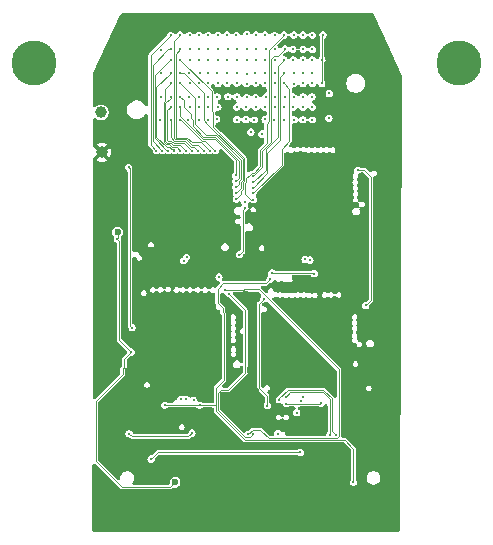
<source format=gbr>
G04 #@! TF.GenerationSoftware,KiCad,Pcbnew,9.0.5*
G04 #@! TF.CreationDate,2025-10-24T14:39:15-07:00*
G04 #@! TF.ProjectId,iris-128b,69726973-2d31-4323-9862-2e6b69636164,rev?*
G04 #@! TF.SameCoordinates,Original*
G04 #@! TF.FileFunction,Copper,L3,Inr*
G04 #@! TF.FilePolarity,Positive*
%FSLAX46Y46*%
G04 Gerber Fmt 4.6, Leading zero omitted, Abs format (unit mm)*
G04 Created by KiCad (PCBNEW 9.0.5) date 2025-10-24 14:39:15*
%MOMM*%
%LPD*%
G01*
G04 APERTURE LIST*
G04 #@! TA.AperFunction,ComponentPad*
%ADD10C,3.800000*%
G04 #@! TD*
G04 #@! TA.AperFunction,ComponentPad*
%ADD11C,1.000000*%
G04 #@! TD*
G04 #@! TA.AperFunction,ViaPad*
%ADD12C,0.304800*%
G04 #@! TD*
G04 #@! TA.AperFunction,ViaPad*
%ADD13C,0.600000*%
G04 #@! TD*
G04 #@! TA.AperFunction,Conductor*
%ADD14C,0.076200*%
G04 #@! TD*
G04 #@! TA.AperFunction,Conductor*
%ADD15C,0.200000*%
G04 #@! TD*
G04 APERTURE END LIST*
D10*
X96650000Y-82485000D03*
D11*
X102380000Y-90030000D03*
X102334060Y-86647020D03*
D10*
X132650000Y-82485000D03*
D12*
X104930068Y-104883300D03*
D13*
X114575000Y-121225000D03*
X105920000Y-91170000D03*
D12*
X114975000Y-95750000D03*
D13*
X126325000Y-116650000D03*
X113627646Y-108979260D03*
X104479560Y-116644300D03*
X114925000Y-91325000D03*
X114950000Y-108510000D03*
X124960000Y-108530000D03*
D12*
X114042120Y-96500000D03*
D13*
X104575000Y-80425000D03*
X112660000Y-110570000D03*
X103400000Y-93150000D03*
X124000000Y-96500000D03*
X104560000Y-108530000D03*
X104680000Y-115660000D03*
X115740000Y-99090000D03*
X105900000Y-84975000D03*
X105675000Y-103300000D03*
X114575000Y-102050000D03*
X116794300Y-110913030D03*
X127025000Y-94025000D03*
X113020000Y-103420000D03*
X107240000Y-111110000D03*
X124450000Y-85300000D03*
X107362751Y-99079640D03*
X114925000Y-79200000D03*
X115410000Y-110290000D03*
X124375000Y-100500000D03*
X103710000Y-96790000D03*
X108575000Y-117975000D03*
D12*
X104875000Y-106950000D03*
X103680000Y-97358740D03*
X114471643Y-94728599D03*
X114025000Y-98700000D03*
X119175000Y-115450000D03*
X106550070Y-115998100D03*
X114488596Y-94226850D03*
X119986629Y-99136631D03*
X119407432Y-110754160D03*
X109550000Y-98900000D03*
X109050000Y-110950000D03*
X109300000Y-99227240D03*
X109500000Y-110950000D03*
X119586414Y-99113586D03*
X119200000Y-111100000D03*
X118878861Y-112090164D03*
X116770000Y-100248740D03*
X112300000Y-100600000D03*
X120350000Y-100300000D03*
X110150000Y-111000000D03*
X121100000Y-80100000D03*
X107400000Y-85375000D03*
X121600000Y-87150000D03*
X104640000Y-91280000D03*
X121625000Y-85050000D03*
X121010680Y-82209640D03*
X107425000Y-81350000D03*
X121000000Y-84200000D03*
X107341470Y-87292688D03*
X107400000Y-83350000D03*
X124030588Y-91543960D03*
X124725000Y-103000000D03*
X108200000Y-82200000D03*
X107998570Y-89893550D03*
X109000000Y-84200000D03*
X113725000Y-93000000D03*
X108200000Y-87297768D03*
X110498570Y-89893550D03*
X107498570Y-89893550D03*
X108200000Y-81320640D03*
X109016800Y-86217760D03*
X113725000Y-92000000D03*
X109016800Y-83344512D03*
X113750000Y-93450000D03*
X108498570Y-89893550D03*
X108196888Y-83347560D03*
X108957142Y-87311485D03*
X111998570Y-89893550D03*
X106998570Y-89893550D03*
X108200000Y-80100000D03*
X113725000Y-92500000D03*
X109006640Y-85349080D03*
X110998570Y-89893550D03*
X109000000Y-80100000D03*
X108200000Y-85359240D03*
X109498570Y-89893550D03*
X108998570Y-89893550D03*
X108200000Y-84200000D03*
X113750000Y-93993550D03*
X109022872Y-82222872D03*
X111498570Y-89893550D03*
X109026960Y-81325720D03*
X109998570Y-89893550D03*
X108200000Y-86200000D03*
X120200000Y-80100000D03*
X120159272Y-83292696D03*
X120200000Y-82200000D03*
X119410480Y-81315560D03*
X120200000Y-81330800D03*
X120200420Y-86202520D03*
X120203976Y-87278464D03*
X119405400Y-85341700D03*
X119400000Y-82200000D03*
X119400000Y-87287608D03*
X119400000Y-80100000D03*
X119400000Y-84200000D03*
X119400000Y-86200000D03*
X119383048Y-83298792D03*
X120200000Y-84200000D03*
X120175020Y-85341700D03*
X111400657Y-81314582D03*
X111400000Y-80133500D03*
X112232440Y-81295240D03*
X112200000Y-84200000D03*
X112200000Y-86200000D03*
X111377984Y-83297776D03*
X111400000Y-87261192D03*
X111377171Y-84199999D03*
X111400000Y-86200000D03*
X112200000Y-82200000D03*
X112200000Y-80133500D03*
X112105440Y-87244936D03*
X112167473Y-85341700D03*
X111375000Y-85350000D03*
X112146073Y-83304378D03*
X111400000Y-82200000D03*
X115409980Y-82204560D03*
X117000000Y-82200001D03*
X117033040Y-81285080D03*
X115370864Y-83323176D03*
X114644100Y-82245360D03*
X114701320Y-81295240D03*
X117006624Y-83341464D03*
X116207540Y-82209640D03*
X117000000Y-84200000D03*
X116205000Y-83324192D03*
X114775000Y-113908300D03*
X112791485Y-101658515D03*
X117000000Y-80100000D03*
X115206700Y-113900000D03*
X113150000Y-102025000D03*
X116270514Y-81295212D03*
X115453160Y-81305400D03*
X116175000Y-80100000D03*
X115450000Y-80100000D03*
X114644100Y-80064114D03*
X109702783Y-87300616D03*
X110600000Y-81315560D03*
X110600000Y-87302848D03*
X109787802Y-83364974D03*
X109800000Y-82200000D03*
X109800000Y-86200000D03*
X110600000Y-85364320D03*
X110686537Y-83313464D03*
X109855000Y-81325720D03*
X109793134Y-85370306D03*
X110600000Y-82200000D03*
X109800000Y-80133500D03*
X110600000Y-86200000D03*
X110600000Y-80133500D03*
X110600000Y-84200000D03*
X109800000Y-84200000D03*
X110012171Y-113812171D03*
X104687500Y-113862500D03*
X117796604Y-87301297D03*
X117861080Y-81295240D03*
X115175000Y-92050000D03*
X117814344Y-84208112D03*
X115175000Y-93475000D03*
X118608856Y-84215224D03*
X118625000Y-80100000D03*
X117812820Y-82209640D03*
X115200000Y-92543550D03*
X117830600Y-83310984D03*
X115150000Y-93040000D03*
X118604151Y-85345851D03*
X117852629Y-85341700D03*
X118600000Y-86200000D03*
X118562500Y-81314672D03*
X117800000Y-80100000D03*
X115200000Y-94043550D03*
X118600000Y-82200000D03*
X118645432Y-87293704D03*
X118622064Y-83366356D03*
X116090000Y-102440000D03*
X116380000Y-111480000D03*
X117805200Y-86210140D03*
X113000000Y-80100000D03*
X113000000Y-82200000D03*
X113030000Y-81285080D03*
X113800000Y-82200000D03*
X113786920Y-81285080D03*
X114575000Y-86225000D03*
X113800000Y-85341700D03*
X113799112Y-87269320D03*
X113833300Y-83297776D03*
X113004600Y-83329272D03*
X117267200Y-113858300D03*
X113800000Y-86200000D03*
X113000000Y-84200000D03*
X113786800Y-84188260D03*
X113776940Y-80123060D03*
X113052860Y-85341700D03*
X114570256Y-87259160D03*
X115912500Y-88487500D03*
X116997790Y-86197790D03*
X116200000Y-84200000D03*
X122177300Y-113976800D03*
X117400000Y-111000000D03*
X116949084Y-87276255D03*
X117028402Y-85348137D03*
X115297600Y-87277448D03*
X115412520Y-86212680D03*
X114635249Y-85364591D03*
X116199920Y-86205060D03*
X115000000Y-88325000D03*
X116238020Y-85346540D03*
X114625000Y-84225384D03*
X115403376Y-84194904D03*
X115388220Y-85363219D03*
X121677300Y-113976800D03*
X117940000Y-110720000D03*
X114672501Y-83375085D03*
X116200936Y-87247984D03*
X110650000Y-111450000D03*
X118008577Y-111331424D03*
X116615784Y-100765784D03*
X123677300Y-117975000D03*
X107700000Y-111450000D03*
X120925000Y-111275000D03*
D14*
X121010680Y-80189320D02*
X121100000Y-80100000D01*
X104775000Y-91415000D02*
X104640000Y-91280000D01*
X104930068Y-104883300D02*
X104775000Y-104728232D01*
X104775000Y-104728232D02*
X104775000Y-91415000D01*
X121000000Y-84200000D02*
X120975000Y-84175000D01*
X120975000Y-82245320D02*
X121010680Y-82209640D01*
X108181936Y-118368064D02*
X108575000Y-117975000D01*
X104286360Y-107538640D02*
X104286360Y-108217731D01*
X101896750Y-116215238D02*
X104049576Y-118368064D01*
X104145700Y-108824300D02*
X101896750Y-111073250D01*
X103710000Y-97328740D02*
X103680000Y-97358740D01*
X104875000Y-106950000D02*
X103830000Y-105905000D01*
X103710000Y-96790000D02*
X103710000Y-97328740D01*
X104286360Y-108217731D02*
X104145700Y-108358391D01*
X104875000Y-106950000D02*
X104286360Y-107538640D01*
X103830000Y-97508740D02*
X103680000Y-97358740D01*
X104049576Y-118368064D02*
X108181936Y-118368064D01*
X104145700Y-108358391D02*
X104145700Y-108824300D01*
X103830000Y-105905000D02*
X103830000Y-97508740D01*
X101896750Y-111073250D02*
X101896750Y-116215238D01*
X114308820Y-94891422D02*
X114471643Y-94728599D01*
X114025000Y-98700000D02*
X114308820Y-98416180D01*
X114308820Y-98416180D02*
X114308820Y-94891422D01*
X107100000Y-115450000D02*
X106525000Y-116025000D01*
X119175000Y-115450000D02*
X107100000Y-115450000D01*
X116770000Y-100248740D02*
X120298740Y-100248740D01*
X120298740Y-100248740D02*
X120350000Y-100300000D01*
X125150000Y-92100000D02*
X124593960Y-91543960D01*
X124593960Y-91543960D02*
X124030588Y-91543960D01*
X121010680Y-82209640D02*
X121010680Y-80189320D01*
X120975000Y-84175000D02*
X120975000Y-82245320D01*
X124725000Y-103000000D02*
X125150000Y-102575000D01*
X125150000Y-102575000D02*
X125150000Y-92100000D01*
X108125000Y-82200000D02*
X106850000Y-83475000D01*
X106850000Y-88850000D02*
X107893550Y-89893550D01*
X107893550Y-89893550D02*
X107998570Y-89893550D01*
X106850000Y-83475000D02*
X106850000Y-88850000D01*
X108200000Y-82200000D02*
X108125000Y-82200000D01*
X114144100Y-90675152D02*
X112059348Y-88590400D01*
X110231052Y-87621452D02*
X110231052Y-85431052D01*
X112059348Y-88590400D02*
X111200000Y-88590400D01*
X111200000Y-88590400D02*
X110231052Y-87621452D01*
X114025000Y-92700000D02*
X114025000Y-92459817D01*
X113725000Y-93000000D02*
X114025000Y-92700000D01*
X110231052Y-85431052D02*
X109000000Y-84200000D01*
X114144100Y-92340717D02*
X114144100Y-90675152D01*
X114025000Y-92459817D02*
X114144100Y-92340717D01*
X110205020Y-89600000D02*
X110498570Y-89893550D01*
X108526252Y-89095200D02*
X109415746Y-89095200D01*
X109920546Y-89600000D02*
X110205020Y-89600000D01*
X108200000Y-88768948D02*
X108526252Y-89095200D01*
X109415746Y-89095200D02*
X109920546Y-89600000D01*
X108200000Y-87297768D02*
X108200000Y-88768948D01*
X107979360Y-81320640D02*
X106675000Y-82625000D01*
X106675000Y-89069980D02*
X107498570Y-89893550D01*
X106675000Y-82625000D02*
X106675000Y-89069980D01*
X108200000Y-81320640D02*
X107979360Y-81320640D01*
X109016800Y-86993971D02*
X109689529Y-87666700D01*
X113725000Y-90687104D02*
X113725000Y-92000000D01*
X110910726Y-88895200D02*
X111933096Y-88895200D01*
X111933096Y-88895200D02*
X113725000Y-90687104D01*
X109016800Y-86217760D02*
X109016800Y-86993971D01*
X109689529Y-87674003D02*
X110910726Y-88895200D01*
X109689529Y-87666700D02*
X109689529Y-87674003D01*
X111301174Y-87616700D02*
X114296500Y-90612026D01*
X114296500Y-90612026D02*
X114296500Y-92403843D01*
X109016800Y-83344512D02*
X109344512Y-83344512D01*
X109344512Y-83344512D02*
X111000000Y-85000000D01*
X114177400Y-92522943D02*
X114177400Y-93022600D01*
X114177400Y-93022600D02*
X113750000Y-93450000D01*
X111000000Y-85000000D02*
X111000000Y-87327171D01*
X111000000Y-87327171D02*
X111289529Y-87616700D01*
X111289529Y-87616700D02*
X111301174Y-87616700D01*
X114296500Y-92403843D02*
X114177400Y-92522943D01*
X108258071Y-89775880D02*
X108493550Y-89775880D01*
X108196888Y-83347560D02*
X107002400Y-84542048D01*
X108109041Y-89626850D02*
X108258071Y-89775880D01*
D15*
X108498570Y-89893550D02*
X108493550Y-89893550D01*
D14*
X107002400Y-84542048D02*
X107002400Y-88741151D01*
X107002400Y-88741151D02*
X107888099Y-89626850D01*
X107888099Y-89626850D02*
X108109041Y-89626850D01*
X111152620Y-89047600D02*
X111998570Y-89893550D01*
X110847600Y-89047600D02*
X111152620Y-89047600D01*
X108957142Y-87311485D02*
X109111485Y-87311485D01*
X109111485Y-87311485D02*
X110847600Y-89047600D01*
X106500000Y-89394980D02*
X106998570Y-89893550D01*
X106500000Y-81825000D02*
X106500000Y-89394980D01*
X108200000Y-80100000D02*
X108200000Y-80125000D01*
X108200000Y-80125000D02*
X106500000Y-81825000D01*
X109006640Y-85349080D02*
X109303746Y-85646186D01*
X110066700Y-87835648D02*
X110973852Y-88742800D01*
X109303746Y-86203746D02*
X109910471Y-86810471D01*
X113991700Y-92233300D02*
X113725000Y-92500000D01*
X110066700Y-87289529D02*
X110066700Y-87835648D01*
X109303746Y-85646186D02*
X109303746Y-86203746D01*
X110973852Y-88742800D02*
X111996222Y-88742800D01*
X109910471Y-87133300D02*
X110066700Y-87289529D01*
X111996222Y-88742800D02*
X113991700Y-90738278D01*
X113991700Y-90738278D02*
X113991700Y-92233300D01*
X109910471Y-86810471D02*
X109910471Y-87133300D01*
X108589378Y-88942800D02*
X109542800Y-88942800D01*
X108466700Y-88820122D02*
X108589378Y-88942800D01*
X110505020Y-89400000D02*
X110998570Y-89893550D01*
X109542800Y-88942800D02*
X110000000Y-89400000D01*
X108466700Y-80633300D02*
X108466700Y-88820122D01*
X110000000Y-89400000D02*
X110505020Y-89400000D01*
X109000000Y-80100000D02*
X108466700Y-80633300D01*
X109005020Y-89400000D02*
X109498570Y-89893550D01*
X107760570Y-85839430D02*
X107760570Y-89068269D01*
X108400000Y-89400000D02*
X109005020Y-89400000D01*
X108209212Y-89209212D02*
X108400000Y-89400000D01*
X108200000Y-85400000D02*
X107760570Y-85839430D01*
X108200000Y-85359240D02*
X108200000Y-85400000D01*
X107760570Y-89068269D02*
X107901513Y-89209212D01*
X107901513Y-89209212D02*
X108209212Y-89209212D01*
X107838387Y-89361612D02*
X107608170Y-89131395D01*
X108705020Y-89600000D02*
X108297717Y-89600000D01*
X107700000Y-84700000D02*
X108200000Y-84200000D01*
X108059329Y-89361612D02*
X107838387Y-89361612D01*
X107608170Y-89131395D02*
X107608170Y-85776304D01*
X108297717Y-89600000D02*
X108059329Y-89361612D01*
X107700000Y-85684474D02*
X107700000Y-84700000D01*
X107608170Y-85776304D02*
X107700000Y-85684474D01*
X108998570Y-89893550D02*
X108705020Y-89600000D01*
X111800000Y-86666600D02*
X111800000Y-87900000D01*
X114165270Y-93319547D02*
X114165270Y-93578280D01*
X114329800Y-92586069D02*
X114329800Y-93155017D01*
X114165270Y-93578280D02*
X113750000Y-93993550D01*
X111666700Y-84866700D02*
X111666700Y-86533300D01*
X114329800Y-93155017D02*
X114165270Y-93319547D01*
X111666700Y-86533300D02*
X111800000Y-86666600D01*
X114448900Y-90548900D02*
X114448900Y-92466969D01*
X111800000Y-87900000D02*
X114448900Y-90548900D01*
X114448900Y-92466969D02*
X114329800Y-92586069D01*
X109022872Y-82222872D02*
X111666700Y-84866700D01*
X109026960Y-81325720D02*
X108619100Y-81733580D01*
X108619100Y-81733580D02*
X108619100Y-88756996D01*
X110015526Y-89200000D02*
X110805020Y-89200000D01*
X110805020Y-89200000D02*
X111498570Y-89893550D01*
X108652504Y-88790400D02*
X109605926Y-88790400D01*
X109605926Y-88790400D02*
X110015526Y-89200000D01*
X108619100Y-88756996D02*
X108652504Y-88790400D01*
X108272338Y-89056812D02*
X108000000Y-89056812D01*
X109998570Y-89893550D02*
X109352620Y-89247600D01*
X108463126Y-89247600D02*
X108272338Y-89056812D01*
X108000000Y-89056812D02*
X107933300Y-88990112D01*
X109352620Y-89247600D02*
X108463126Y-89247600D01*
X107933300Y-86466700D02*
X108200000Y-86200000D01*
X107933300Y-88990112D02*
X107933300Y-86466700D01*
X115140000Y-113543300D02*
X114775000Y-113908300D01*
X112791485Y-101658515D02*
X114380576Y-101658515D01*
X122444000Y-114087271D02*
X122287771Y-114243500D01*
X122444000Y-108416829D02*
X122444000Y-114087271D01*
X115662871Y-101635700D02*
X122444000Y-108416829D01*
X115800900Y-113543300D02*
X115140000Y-113543300D01*
X122287771Y-114243500D02*
X116501100Y-114243500D01*
X114380576Y-101658515D02*
X114403391Y-101635700D01*
X114403391Y-101635700D02*
X115662871Y-101635700D01*
X116501100Y-114243500D02*
X115800900Y-113543300D01*
X114535700Y-103410700D02*
X114535700Y-108714300D01*
X112488391Y-110155700D02*
X112201052Y-110443039D01*
X112201052Y-110443039D02*
X112201052Y-111885526D01*
X113094300Y-110155700D02*
X112488391Y-110155700D01*
X113150000Y-102025000D02*
X114535700Y-103410700D01*
X114490526Y-114175000D02*
X114931700Y-114175000D01*
X114535700Y-108714300D02*
X113094300Y-110155700D01*
X114931700Y-114175000D02*
X115206700Y-113900000D01*
X112201052Y-111885526D02*
X114490526Y-114175000D01*
X109700000Y-114100000D02*
X110000000Y-113800000D01*
X104687500Y-113862500D02*
X104925000Y-114100000D01*
X104925000Y-114100000D02*
X109700000Y-114100000D01*
X116677400Y-89147600D02*
X115925000Y-89900000D01*
X117861080Y-81295240D02*
X117281320Y-81875000D01*
X115925000Y-89900000D02*
X115925000Y-91300000D01*
X116677400Y-82145429D02*
X116677400Y-89147600D01*
X116947829Y-81875000D02*
X116677400Y-82145429D01*
X115925000Y-91300000D02*
X115175000Y-92050000D01*
X117281320Y-81875000D02*
X116947829Y-81875000D01*
X117814344Y-84208112D02*
X118257300Y-84651068D01*
X117589070Y-89764642D02*
X117589070Y-91103050D01*
X118257300Y-84651068D02*
X118257300Y-89096412D01*
X115217120Y-93475000D02*
X115175000Y-93475000D01*
X117589070Y-91103050D02*
X115217120Y-93475000D01*
X118257300Y-89096412D02*
X117589070Y-89764642D01*
X116247600Y-89792926D02*
X116247600Y-91495950D01*
X117316700Y-88723826D02*
X116247600Y-89792926D01*
X117812820Y-82209640D02*
X117316700Y-82705760D01*
X116247600Y-91495950D02*
X115200000Y-92543550D01*
X117316700Y-82705760D02*
X117316700Y-88723826D01*
X116400000Y-90122712D02*
X116400000Y-91790000D01*
X117830600Y-83310984D02*
X117500000Y-83641584D01*
X116400000Y-91790000D02*
X115150000Y-93040000D01*
X117500000Y-83641584D02*
X117500000Y-89022712D01*
X117500000Y-89022712D02*
X116400000Y-90122712D01*
X116525000Y-87427171D02*
X116325000Y-87627171D01*
X114491008Y-92640387D02*
X114491008Y-93548179D01*
X114908300Y-91939529D02*
X114908300Y-91941700D01*
X116325000Y-89275000D02*
X115772600Y-89827400D01*
X117800000Y-80100000D02*
X116525000Y-81375000D01*
X114491008Y-93548179D02*
X114986379Y-94043550D01*
X114601300Y-92248700D02*
X114601300Y-92530095D01*
X116325000Y-87627171D02*
X116325000Y-89275000D01*
X115064529Y-91783300D02*
X114908300Y-91939529D01*
X115772600Y-89827400D02*
X115772600Y-91236874D01*
X115772600Y-91236874D02*
X115226174Y-91783300D01*
X114908300Y-91941700D02*
X114601300Y-92248700D01*
X115226174Y-91783300D02*
X115064529Y-91783300D01*
X114986379Y-94043550D02*
X115200000Y-94043550D01*
X114601300Y-92530095D02*
X114491008Y-92640387D01*
X116525000Y-81375000D02*
X116525000Y-87427171D01*
X115680000Y-109974091D02*
X115680000Y-102850000D01*
X115680000Y-102850000D02*
X116090000Y-102440000D01*
X116380000Y-110674091D02*
X115680000Y-109974091D01*
X116380000Y-111480000D02*
X116380000Y-110674091D01*
X117400000Y-110882829D02*
X118132829Y-110150000D01*
X117400000Y-111000000D02*
X117400000Y-110882829D01*
X121829700Y-113629700D02*
X122190000Y-113990000D01*
X121105526Y-110150000D02*
X121829700Y-110874174D01*
X118132829Y-110150000D02*
X121105526Y-110150000D01*
X121829700Y-110874174D02*
X121829700Y-113629700D01*
X118335000Y-110325000D02*
X117940000Y-110720000D01*
X118400000Y-110325000D02*
X118335000Y-110325000D01*
X121677300Y-113976800D02*
X121677300Y-110937300D01*
X118425000Y-110350000D02*
X118400000Y-110325000D01*
X121090000Y-110350000D02*
X118425000Y-110350000D01*
X121677300Y-110937300D02*
X121090000Y-110350000D01*
X112170000Y-102795000D02*
X112605700Y-103230700D01*
X110650000Y-111450000D02*
X112048652Y-111450000D01*
X112700000Y-109310000D02*
X112048652Y-109961348D01*
X112700000Y-103685909D02*
X112700000Y-109310000D01*
X120833300Y-111366700D02*
X120925000Y-111275000D01*
X112605700Y-103230700D02*
X112605700Y-103591609D01*
X114495900Y-114395900D02*
X112048652Y-111948652D01*
X116615784Y-100765784D02*
X116248739Y-101132829D01*
X123677300Y-115123200D02*
X122950000Y-114395900D01*
X112048652Y-111948652D02*
X112048652Y-111500000D01*
X112637171Y-101132829D02*
X112170000Y-101600000D01*
X123677300Y-117975000D02*
X123677300Y-115123200D01*
X112605700Y-103591609D02*
X112700000Y-103685909D01*
X107700000Y-111450000D02*
X110650000Y-111450000D01*
X112048652Y-109961348D02*
X112048652Y-111500000D01*
X118043853Y-111366700D02*
X120833300Y-111366700D01*
X116248739Y-101132829D02*
X112637171Y-101132829D01*
X112170000Y-101600000D02*
X112170000Y-102795000D01*
X122950000Y-114395900D02*
X114495900Y-114395900D01*
G04 #@! TA.AperFunction,Conductor*
G36*
X115596744Y-101846984D02*
G01*
X115628100Y-101871044D01*
X115823543Y-102066487D01*
X115862728Y-102134358D01*
X115862728Y-102212728D01*
X115847603Y-102249243D01*
X115798685Y-102333969D01*
X115798685Y-102333970D01*
X115779739Y-102441423D01*
X115746618Y-102512451D01*
X115737695Y-102522189D01*
X115571807Y-102688078D01*
X115518078Y-102741806D01*
X115510447Y-102760229D01*
X115489000Y-102812008D01*
X115489000Y-109936099D01*
X115489000Y-110012083D01*
X115514807Y-110074387D01*
X115518078Y-110082284D01*
X116144656Y-110708861D01*
X116183841Y-110776732D01*
X116189000Y-110815917D01*
X116189000Y-111171127D01*
X116168716Y-111246827D01*
X116149716Y-111269473D01*
X116151035Y-111270580D01*
X116142520Y-111280727D01*
X116088685Y-111373971D01*
X116069990Y-111479999D01*
X116069990Y-111480000D01*
X116088685Y-111586028D01*
X116088685Y-111586029D01*
X116088686Y-111586030D01*
X116132134Y-111661284D01*
X116142520Y-111679272D01*
X116170011Y-111702339D01*
X116224995Y-111748477D01*
X116326167Y-111785300D01*
X116326169Y-111785300D01*
X116433831Y-111785300D01*
X116433833Y-111785300D01*
X116535005Y-111748477D01*
X116617481Y-111679271D01*
X116671314Y-111586030D01*
X116690010Y-111480000D01*
X116671314Y-111373970D01*
X116617481Y-111280729D01*
X116617479Y-111280727D01*
X116608965Y-111270580D01*
X116611825Y-111268179D01*
X116580121Y-111222882D01*
X116571000Y-111171127D01*
X116571000Y-110636100D01*
X116571000Y-110636099D01*
X116541922Y-110565898D01*
X116488193Y-110512169D01*
X116479563Y-110503539D01*
X116479558Y-110503535D01*
X116416449Y-110440425D01*
X116377265Y-110372554D01*
X116377265Y-110294184D01*
X116416451Y-110226313D01*
X116439395Y-110207484D01*
X116449387Y-110200807D01*
X116449390Y-110200807D01*
X116525172Y-110150172D01*
X116575807Y-110074390D01*
X116593588Y-109985000D01*
X116575807Y-109895610D01*
X116525172Y-109819828D01*
X116449390Y-109769193D01*
X116449387Y-109769192D01*
X116360000Y-109751412D01*
X116270612Y-109769192D01*
X116270610Y-109769192D01*
X116270610Y-109769193D01*
X116232719Y-109794510D01*
X116194826Y-109819829D01*
X116148285Y-109889485D01*
X116089364Y-109941159D01*
X116012499Y-109956449D01*
X115938288Y-109931258D01*
X115886614Y-109872337D01*
X115871000Y-109805373D01*
X115871000Y-103686551D01*
X115891284Y-103610851D01*
X115946700Y-103555435D01*
X116022400Y-103535151D01*
X116051935Y-103538059D01*
X116130000Y-103553588D01*
X116219390Y-103535807D01*
X116295172Y-103485172D01*
X116345807Y-103409390D01*
X116363588Y-103320000D01*
X116345807Y-103230610D01*
X116295172Y-103154828D01*
X116219390Y-103104193D01*
X116219387Y-103104192D01*
X116130000Y-103086412D01*
X116129998Y-103086412D01*
X116099842Y-103092410D01*
X116021640Y-103087284D01*
X115956477Y-103043743D01*
X115921816Y-102973454D01*
X115926942Y-102895252D01*
X115963250Y-102836864D01*
X116010472Y-102789643D01*
X116078343Y-102750458D01*
X116117527Y-102745300D01*
X116143831Y-102745300D01*
X116143833Y-102745300D01*
X116245005Y-102708477D01*
X116258641Y-102697034D01*
X116329666Y-102663914D01*
X116407738Y-102670744D01*
X116463014Y-102705958D01*
X122208656Y-108451600D01*
X122247841Y-108519471D01*
X122253000Y-108558656D01*
X122253000Y-110661847D01*
X122232716Y-110737547D01*
X122177300Y-110792963D01*
X122101600Y-110813247D01*
X122025900Y-110792963D01*
X121994544Y-110768903D01*
X121213719Y-109988078D01*
X121206288Y-109985000D01*
X121143518Y-109959000D01*
X118170821Y-109959000D01*
X118094837Y-109959000D01*
X118083761Y-109963588D01*
X118024635Y-109988078D01*
X117325636Y-110687076D01*
X117270365Y-110722288D01*
X117244998Y-110731521D01*
X117244992Y-110731524D01*
X117162521Y-110800726D01*
X117162520Y-110800727D01*
X117108685Y-110893971D01*
X117089990Y-110999999D01*
X117089990Y-111000000D01*
X117108685Y-111106028D01*
X117108685Y-111106029D01*
X117108686Y-111106030D01*
X117162519Y-111199271D01*
X117244995Y-111268477D01*
X117346167Y-111305300D01*
X117346169Y-111305300D01*
X117453832Y-111305300D01*
X117453833Y-111305300D01*
X117509929Y-111284882D01*
X117588000Y-111278052D01*
X117659027Y-111311172D01*
X117703979Y-111375369D01*
X117710810Y-111400860D01*
X117717262Y-111437452D01*
X117717262Y-111437453D01*
X117717263Y-111437454D01*
X117741826Y-111479999D01*
X117771097Y-111530696D01*
X117786329Y-111543477D01*
X117853572Y-111599901D01*
X117954744Y-111636724D01*
X117954746Y-111636724D01*
X118062408Y-111636724D01*
X118062410Y-111636724D01*
X118163582Y-111599901D01*
X118171663Y-111593119D01*
X118242691Y-111560000D01*
X118268980Y-111557700D01*
X118622496Y-111557700D01*
X118698196Y-111577984D01*
X118753612Y-111633400D01*
X118773896Y-111709100D01*
X118753612Y-111784800D01*
X118719814Y-111825079D01*
X118641381Y-111890891D01*
X118587546Y-111984135D01*
X118568851Y-112090163D01*
X118568851Y-112090164D01*
X118587546Y-112196192D01*
X118587546Y-112196193D01*
X118587547Y-112196194D01*
X118641380Y-112289435D01*
X118723856Y-112358641D01*
X118825028Y-112395464D01*
X118825030Y-112395464D01*
X118932692Y-112395464D01*
X118932694Y-112395464D01*
X119033866Y-112358641D01*
X119116342Y-112289435D01*
X119170175Y-112196194D01*
X119188871Y-112090164D01*
X119170175Y-111984134D01*
X119116342Y-111890893D01*
X119037907Y-111825078D01*
X118992957Y-111760882D01*
X118986126Y-111682810D01*
X119019247Y-111611782D01*
X119083444Y-111566831D01*
X119135226Y-111557700D01*
X120782377Y-111557700D01*
X120834157Y-111566829D01*
X120871167Y-111580300D01*
X120871168Y-111580300D01*
X120978831Y-111580300D01*
X120978833Y-111580300D01*
X121080005Y-111543477D01*
X121162481Y-111474271D01*
X121203784Y-111402731D01*
X121259200Y-111347316D01*
X121334900Y-111327032D01*
X121410600Y-111347316D01*
X121466016Y-111402732D01*
X121486300Y-111478432D01*
X121486300Y-113667927D01*
X121466016Y-113743627D01*
X121447016Y-113766273D01*
X121448335Y-113767380D01*
X121439820Y-113777527D01*
X121385985Y-113870771D01*
X121376002Y-113927391D01*
X121342881Y-113998418D01*
X121278683Y-114043370D01*
X121226902Y-114052500D01*
X118060142Y-114052500D01*
X117984442Y-114032216D01*
X117929026Y-113976800D01*
X117911651Y-113930637D01*
X117910888Y-113926800D01*
X117893107Y-113837410D01*
X117842472Y-113761628D01*
X117766690Y-113710993D01*
X117766687Y-113710992D01*
X117677300Y-113693212D01*
X117677299Y-113693212D01*
X117641855Y-113700262D01*
X117563652Y-113695136D01*
X117517532Y-113664319D01*
X117514828Y-113667543D01*
X117431760Y-113597841D01*
X117422205Y-113589823D01*
X117321033Y-113553000D01*
X117213367Y-113553000D01*
X117112195Y-113589823D01*
X117112194Y-113589823D01*
X117112193Y-113589824D01*
X117029720Y-113659027D01*
X116975885Y-113752271D01*
X116957190Y-113858299D01*
X116957190Y-113858300D01*
X116960101Y-113874810D01*
X116953270Y-113952883D01*
X116908318Y-114017080D01*
X116837291Y-114050200D01*
X116811001Y-114052500D01*
X116642927Y-114052500D01*
X116567227Y-114032216D01*
X116535871Y-114008156D01*
X115909093Y-113381378D01*
X115838892Y-113352300D01*
X115177992Y-113352300D01*
X115102008Y-113352300D01*
X115066907Y-113366839D01*
X115031806Y-113381378D01*
X114854529Y-113558656D01*
X114786658Y-113597841D01*
X114747473Y-113603000D01*
X114721167Y-113603000D01*
X114619995Y-113639823D01*
X114619994Y-113639823D01*
X114619993Y-113639824D01*
X114537517Y-113709030D01*
X114532917Y-113714512D01*
X114468718Y-113759461D01*
X114390646Y-113766288D01*
X114319619Y-113733164D01*
X114309886Y-113724245D01*
X113065641Y-112480000D01*
X117096412Y-112480000D01*
X117114193Y-112569390D01*
X117164828Y-112645172D01*
X117240610Y-112695807D01*
X117330000Y-112713588D01*
X117419390Y-112695807D01*
X117495172Y-112645172D01*
X117534115Y-112586887D01*
X117593035Y-112535215D01*
X117669899Y-112519924D01*
X117744111Y-112545114D01*
X117785883Y-112586886D01*
X117824828Y-112645172D01*
X117900610Y-112695807D01*
X117990000Y-112713588D01*
X118079390Y-112695807D01*
X118155172Y-112645172D01*
X118205807Y-112569390D01*
X118223588Y-112480000D01*
X118205807Y-112390610D01*
X118155172Y-112314828D01*
X118079390Y-112264193D01*
X118079387Y-112264192D01*
X117990000Y-112246412D01*
X117900612Y-112264192D01*
X117900610Y-112264192D01*
X117900610Y-112264193D01*
X117862719Y-112289510D01*
X117824826Y-112314829D01*
X117785885Y-112373111D01*
X117726964Y-112424785D01*
X117650100Y-112440075D01*
X117575888Y-112414884D01*
X117534115Y-112373111D01*
X117495173Y-112314829D01*
X117495172Y-112314828D01*
X117419390Y-112264193D01*
X117419387Y-112264192D01*
X117330000Y-112246412D01*
X117240612Y-112264192D01*
X117240610Y-112264192D01*
X117240610Y-112264193D01*
X117164828Y-112314828D01*
X117125886Y-112373111D01*
X117114192Y-112390612D01*
X117096412Y-112480000D01*
X113065641Y-112480000D01*
X112436396Y-111850755D01*
X112397211Y-111782884D01*
X112392052Y-111743699D01*
X112392052Y-110584866D01*
X112412336Y-110509166D01*
X112436396Y-110477810D01*
X112523162Y-110391044D01*
X112591033Y-110351859D01*
X112630218Y-110346700D01*
X113132291Y-110346700D01*
X113132292Y-110346700D01*
X113202493Y-110317622D01*
X114622597Y-108897515D01*
X114622601Y-108897513D01*
X114643892Y-108876222D01*
X114643893Y-108876222D01*
X114697622Y-108822493D01*
X114726700Y-108752292D01*
X114726700Y-103372708D01*
X114697622Y-103302507D01*
X114643893Y-103248778D01*
X113503086Y-102107971D01*
X113463901Y-102040100D01*
X113463901Y-101961730D01*
X113503086Y-101893859D01*
X113570957Y-101854674D01*
X113610142Y-101849515D01*
X114418568Y-101849515D01*
X114423764Y-101847362D01*
X114445829Y-101838224D01*
X114503765Y-101826700D01*
X115521044Y-101826700D01*
X115596744Y-101846984D01*
G37*
G04 #@! TD.AperFunction*
G04 #@! TA.AperFunction,Conductor*
G36*
X112650961Y-101932262D02*
G01*
X112737652Y-101963815D01*
X112737653Y-101963815D01*
X112750099Y-101968345D01*
X112748807Y-101971894D01*
X112798739Y-101995165D01*
X112843705Y-102059352D01*
X112850547Y-102084874D01*
X112858685Y-102131028D01*
X112858685Y-102131029D01*
X112858686Y-102131030D01*
X112903927Y-102209390D01*
X112912520Y-102224272D01*
X112932133Y-102240729D01*
X112994995Y-102293477D01*
X113096167Y-102330300D01*
X113122473Y-102330300D01*
X113198173Y-102350584D01*
X113229529Y-102374644D01*
X114300356Y-103445471D01*
X114339541Y-103513342D01*
X114344700Y-103552527D01*
X114344700Y-104824089D01*
X114324416Y-104899789D01*
X114269000Y-104955205D01*
X114222838Y-104972580D01*
X114198111Y-104977498D01*
X114198110Y-104977499D01*
X114122328Y-105028134D01*
X114085955Y-105082572D01*
X114071692Y-105103918D01*
X114053912Y-105193306D01*
X114071458Y-105281518D01*
X114071693Y-105282696D01*
X114122328Y-105358478D01*
X114198110Y-105409113D01*
X114198112Y-105409114D01*
X114222834Y-105414031D01*
X114293123Y-105448692D01*
X114336665Y-105513854D01*
X114344700Y-105562522D01*
X114344700Y-107740339D01*
X114324416Y-107816039D01*
X114269000Y-107871455D01*
X114193300Y-107891739D01*
X114117600Y-107871455D01*
X114062183Y-107816038D01*
X114040762Y-107778935D01*
X113994765Y-107740339D01*
X113952179Y-107704605D01*
X113952177Y-107704604D01*
X113952176Y-107704603D01*
X113843519Y-107665055D01*
X113843518Y-107665055D01*
X113727882Y-107665055D01*
X113727881Y-107665055D01*
X113619223Y-107704603D01*
X113530637Y-107778935D01*
X113472821Y-107879079D01*
X113452742Y-107992955D01*
X113462692Y-108049387D01*
X113472822Y-108106833D01*
X113483410Y-108125172D01*
X113530637Y-108206974D01*
X113530638Y-108206975D01*
X113530639Y-108206976D01*
X113619221Y-108281305D01*
X113619222Y-108281305D01*
X113619223Y-108281306D01*
X113727882Y-108320855D01*
X113843517Y-108320855D01*
X113843518Y-108320855D01*
X113952179Y-108281305D01*
X114040761Y-108206976D01*
X114048491Y-108193588D01*
X114062183Y-108169872D01*
X114117598Y-108114455D01*
X114193298Y-108094170D01*
X114268998Y-108114453D01*
X114324415Y-108169868D01*
X114344700Y-108245568D01*
X114344700Y-108572473D01*
X114324416Y-108648173D01*
X114300356Y-108679529D01*
X113059529Y-109920356D01*
X112991658Y-109959541D01*
X112952473Y-109964700D01*
X112680927Y-109964700D01*
X112605227Y-109944416D01*
X112549811Y-109889000D01*
X112529527Y-109813300D01*
X112549811Y-109737600D01*
X112573871Y-109706244D01*
X112715287Y-109564828D01*
X112861922Y-109418193D01*
X112891000Y-109347992D01*
X112891000Y-109272008D01*
X112891000Y-106690000D01*
X113291412Y-106690000D01*
X113309192Y-106779389D01*
X113347793Y-106837161D01*
X113372983Y-106911373D01*
X113357692Y-106988237D01*
X113347793Y-107005383D01*
X113310892Y-107060610D01*
X113293112Y-107150000D01*
X113306732Y-107218475D01*
X113310893Y-107239390D01*
X113361528Y-107315172D01*
X113437310Y-107365807D01*
X113526700Y-107383588D01*
X113616090Y-107365807D01*
X113691872Y-107315172D01*
X113742507Y-107239390D01*
X113760288Y-107150000D01*
X113742507Y-107060610D01*
X113703905Y-107002837D01*
X113678716Y-106928627D01*
X113694006Y-106851763D01*
X113703899Y-106834626D01*
X113740807Y-106779390D01*
X113758588Y-106690000D01*
X113740807Y-106600610D01*
X113690172Y-106524828D01*
X113614390Y-106474193D01*
X113614389Y-106474192D01*
X113614388Y-106474192D01*
X113569237Y-106465211D01*
X113518326Y-106440103D01*
X113483559Y-106463334D01*
X113464431Y-106468460D01*
X113435611Y-106474192D01*
X113359828Y-106524828D01*
X113309192Y-106600612D01*
X113291412Y-106690000D01*
X112891000Y-106690000D01*
X112891000Y-105946690D01*
X113275082Y-105946690D01*
X113291531Y-106029387D01*
X113292863Y-106036080D01*
X113343498Y-106111862D01*
X113419280Y-106162497D01*
X113464430Y-106171478D01*
X113515343Y-106196585D01*
X113550112Y-106173354D01*
X113569222Y-106168233D01*
X113598060Y-106162497D01*
X113673842Y-106111862D01*
X113724477Y-106036080D01*
X113742258Y-105946690D01*
X113724477Y-105857300D01*
X113724477Y-105857299D01*
X113673364Y-105780802D01*
X113648173Y-105706590D01*
X113663463Y-105629726D01*
X113673364Y-105612578D01*
X113724477Y-105536080D01*
X113724477Y-105536079D01*
X113742258Y-105446690D01*
X113727426Y-105372130D01*
X113724477Y-105357299D01*
X113673364Y-105280802D01*
X113648173Y-105206590D01*
X113663463Y-105129726D01*
X113673364Y-105112578D01*
X113724477Y-105036080D01*
X113724477Y-105036079D01*
X113742258Y-104946690D01*
X113727054Y-104870256D01*
X113724477Y-104857299D01*
X113673364Y-104780802D01*
X113648173Y-104706590D01*
X113663463Y-104629726D01*
X113673364Y-104612578D01*
X113724477Y-104536080D01*
X113733292Y-104491763D01*
X113742258Y-104446690D01*
X113724477Y-104357300D01*
X113682515Y-104294499D01*
X113657326Y-104220292D01*
X113672616Y-104143427D01*
X113682509Y-104126289D01*
X113724477Y-104063480D01*
X113742258Y-103974090D01*
X113724477Y-103884700D01*
X113673842Y-103808918D01*
X113598060Y-103758283D01*
X113598057Y-103758282D01*
X113508670Y-103740502D01*
X113419282Y-103758282D01*
X113419280Y-103758282D01*
X113419280Y-103758283D01*
X113343498Y-103808918D01*
X113295595Y-103880612D01*
X113292862Y-103884702D01*
X113275896Y-103970000D01*
X113275082Y-103974090D01*
X113292863Y-104063480D01*
X113334822Y-104126277D01*
X113334823Y-104126278D01*
X113360013Y-104200490D01*
X113344723Y-104277354D01*
X113334823Y-104294502D01*
X113292862Y-104357302D01*
X113275082Y-104446690D01*
X113292862Y-104536079D01*
X113343976Y-104612579D01*
X113369166Y-104686791D01*
X113353875Y-104763655D01*
X113343976Y-104780801D01*
X113292862Y-104857300D01*
X113275082Y-104946690D01*
X113292862Y-105036079D01*
X113343976Y-105112579D01*
X113369166Y-105186791D01*
X113353875Y-105263655D01*
X113343976Y-105280801D01*
X113292862Y-105357300D01*
X113275082Y-105446690D01*
X113292862Y-105536079D01*
X113343976Y-105612579D01*
X113369166Y-105686791D01*
X113353875Y-105763655D01*
X113343976Y-105780801D01*
X113292862Y-105857300D01*
X113275082Y-105946690D01*
X112891000Y-105946690D01*
X112891000Y-103647917D01*
X112861922Y-103577716D01*
X112841044Y-103556838D01*
X112801859Y-103488967D01*
X112796700Y-103449782D01*
X112796700Y-103192709D01*
X112789365Y-103175000D01*
X112767622Y-103122507D01*
X112713893Y-103068778D01*
X112405344Y-102760229D01*
X112366159Y-102692358D01*
X112361000Y-102653173D01*
X112361000Y-102115596D01*
X112381284Y-102039896D01*
X112436700Y-101984480D01*
X112482866Y-101967105D01*
X112485556Y-101966569D01*
X112489390Y-101965807D01*
X112515070Y-101948648D01*
X112589280Y-101923457D01*
X112650961Y-101932262D01*
G37*
G04 #@! TD.AperFunction*
G04 #@! TA.AperFunction,Conductor*
G36*
X114271056Y-84262904D02*
G01*
X114326472Y-84318320D01*
X114327924Y-84321434D01*
X114333685Y-84331413D01*
X114333686Y-84331414D01*
X114381077Y-84413498D01*
X114387520Y-84424656D01*
X114398475Y-84433848D01*
X114469995Y-84493861D01*
X114571167Y-84530684D01*
X114571169Y-84530684D01*
X114678831Y-84530684D01*
X114678833Y-84530684D01*
X114780005Y-84493861D01*
X114862481Y-84424655D01*
X114891872Y-84373747D01*
X114947285Y-84318334D01*
X115022985Y-84298050D01*
X115098685Y-84318333D01*
X115154100Y-84373746D01*
X115165895Y-84394175D01*
X115248371Y-84463381D01*
X115349543Y-84500204D01*
X115349545Y-84500204D01*
X115457207Y-84500204D01*
X115457209Y-84500204D01*
X115558381Y-84463381D01*
X115640857Y-84394175D01*
X115669102Y-84345252D01*
X115724515Y-84289839D01*
X115800215Y-84269555D01*
X115875915Y-84289838D01*
X115931331Y-84345253D01*
X115959577Y-84394176D01*
X115962519Y-84399271D01*
X116044995Y-84468477D01*
X116146167Y-84505300D01*
X116146169Y-84505300D01*
X116182600Y-84505300D01*
X116258300Y-84525584D01*
X116313716Y-84581000D01*
X116334000Y-84656700D01*
X116334000Y-84889840D01*
X116313716Y-84965540D01*
X116258300Y-85020956D01*
X116196958Y-85037392D01*
X116197231Y-85038940D01*
X116184190Y-85041239D01*
X116184187Y-85041240D01*
X116083015Y-85078063D01*
X116083014Y-85078063D01*
X116083013Y-85078064D01*
X116000540Y-85147267D01*
X115999068Y-85149816D01*
X115947698Y-85238793D01*
X115940083Y-85251982D01*
X115936437Y-85249877D01*
X115905754Y-85293682D01*
X115834721Y-85326791D01*
X115756650Y-85319948D01*
X115692460Y-85274986D01*
X115677339Y-85253388D01*
X115625701Y-85163948D01*
X115616262Y-85156028D01*
X115543226Y-85094743D01*
X115543225Y-85094742D01*
X115442053Y-85057919D01*
X115334387Y-85057919D01*
X115233215Y-85094742D01*
X115233214Y-85094742D01*
X115233213Y-85094743D01*
X115150740Y-85163946D01*
X115150736Y-85163950D01*
X115142452Y-85178300D01*
X115087035Y-85233715D01*
X115011334Y-85253997D01*
X114935635Y-85233711D01*
X114880222Y-85178297D01*
X114872730Y-85165320D01*
X114871097Y-85163950D01*
X114790255Y-85096115D01*
X114790254Y-85096114D01*
X114689082Y-85059291D01*
X114581416Y-85059291D01*
X114480244Y-85096114D01*
X114480243Y-85096114D01*
X114480242Y-85096115D01*
X114397769Y-85165318D01*
X114397767Y-85165320D01*
X114355347Y-85238793D01*
X114299930Y-85294208D01*
X114224230Y-85314491D01*
X114148530Y-85294206D01*
X114093116Y-85238792D01*
X114091314Y-85235671D01*
X114091314Y-85235670D01*
X114037481Y-85142429D01*
X113993890Y-85105852D01*
X113955006Y-85073224D01*
X113955005Y-85073223D01*
X113853833Y-85036400D01*
X113746167Y-85036400D01*
X113644995Y-85073223D01*
X113644994Y-85073223D01*
X113644993Y-85073224D01*
X113562520Y-85142427D01*
X113562518Y-85142429D01*
X113557545Y-85151044D01*
X113502128Y-85206460D01*
X113426427Y-85226742D01*
X113350728Y-85206457D01*
X113295315Y-85151044D01*
X113290341Y-85142429D01*
X113290339Y-85142427D01*
X113207866Y-85073224D01*
X113207865Y-85073223D01*
X113106693Y-85036400D01*
X112999027Y-85036400D01*
X112897855Y-85073223D01*
X112897854Y-85073223D01*
X112897853Y-85073224D01*
X112815380Y-85142427D01*
X112761544Y-85235672D01*
X112761544Y-85235673D01*
X112759265Y-85248600D01*
X112726143Y-85319627D01*
X112696835Y-85340147D01*
X112707482Y-85345112D01*
X112752434Y-85409308D01*
X112759265Y-85434800D01*
X112761544Y-85447726D01*
X112761544Y-85447727D01*
X112778062Y-85476336D01*
X112815378Y-85540970D01*
X112815380Y-85540972D01*
X112825561Y-85549515D01*
X112897855Y-85610177D01*
X112999027Y-85647000D01*
X112999029Y-85647000D01*
X113106691Y-85647000D01*
X113106693Y-85647000D01*
X113207865Y-85610177D01*
X113290341Y-85540971D01*
X113295314Y-85532356D01*
X113350730Y-85476941D01*
X113426430Y-85456657D01*
X113502130Y-85476941D01*
X113557545Y-85532356D01*
X113562519Y-85540971D01*
X113562520Y-85540972D01*
X113572701Y-85549515D01*
X113644995Y-85610177D01*
X113695562Y-85628581D01*
X113759757Y-85673532D01*
X113792878Y-85744559D01*
X113786048Y-85822632D01*
X113741096Y-85886829D01*
X113695564Y-85913117D01*
X113644995Y-85931523D01*
X113644994Y-85931523D01*
X113644993Y-85931524D01*
X113562520Y-86000727D01*
X113508685Y-86093971D01*
X113489990Y-86199999D01*
X113489990Y-86200000D01*
X113508685Y-86306028D01*
X113508685Y-86306029D01*
X113508686Y-86306030D01*
X113562518Y-86399270D01*
X113562520Y-86399272D01*
X113587689Y-86420391D01*
X113644995Y-86468477D01*
X113746167Y-86505300D01*
X113746169Y-86505300D01*
X113853831Y-86505300D01*
X113853833Y-86505300D01*
X113955005Y-86468477D01*
X114037481Y-86399271D01*
X114049167Y-86379029D01*
X114104583Y-86323614D01*
X114180283Y-86303330D01*
X114255983Y-86323614D01*
X114311397Y-86379027D01*
X114337519Y-86424271D01*
X114419995Y-86493477D01*
X114521167Y-86530300D01*
X114521169Y-86530300D01*
X114628831Y-86530300D01*
X114628833Y-86530300D01*
X114730005Y-86493477D01*
X114812481Y-86424271D01*
X114866201Y-86331224D01*
X114921616Y-86275810D01*
X114997316Y-86255526D01*
X115073016Y-86275810D01*
X115128430Y-86331223D01*
X115173573Y-86409411D01*
X115175040Y-86411952D01*
X115202531Y-86435019D01*
X115257515Y-86481157D01*
X115358687Y-86517980D01*
X115358689Y-86517980D01*
X115466351Y-86517980D01*
X115466353Y-86517980D01*
X115567525Y-86481157D01*
X115650001Y-86411951D01*
X115677305Y-86364658D01*
X115732718Y-86309245D01*
X115808418Y-86288961D01*
X115884118Y-86309244D01*
X115939534Y-86364660D01*
X115960973Y-86401792D01*
X115962439Y-86404331D01*
X116044915Y-86473537D01*
X116146087Y-86510360D01*
X116146089Y-86510360D01*
X116182600Y-86510360D01*
X116258300Y-86530644D01*
X116313716Y-86586060D01*
X116334000Y-86661760D01*
X116334000Y-86791284D01*
X116313716Y-86866984D01*
X116258300Y-86922400D01*
X116182600Y-86942684D01*
X116147103Y-86942684D01*
X116045931Y-86979507D01*
X116045930Y-86979507D01*
X116045929Y-86979508D01*
X115963456Y-87048711D01*
X115909621Y-87141955D01*
X115895770Y-87220511D01*
X115878624Y-87257278D01*
X115894134Y-87279428D01*
X115900965Y-87304920D01*
X115909621Y-87354012D01*
X115909621Y-87354013D01*
X115909622Y-87354014D01*
X115962020Y-87444770D01*
X115963456Y-87447256D01*
X115977951Y-87459419D01*
X116045931Y-87516461D01*
X116045934Y-87516462D01*
X116057402Y-87523083D01*
X116055222Y-87526857D01*
X116098533Y-87557153D01*
X116131687Y-87628165D01*
X116134000Y-87654526D01*
X116134000Y-88031332D01*
X116113716Y-88107032D01*
X116058300Y-88162448D01*
X115982600Y-88182732D01*
X115976511Y-88182200D01*
X115966333Y-88182200D01*
X115858667Y-88182200D01*
X115757495Y-88219023D01*
X115757494Y-88219023D01*
X115757493Y-88219024D01*
X115675020Y-88288227D01*
X115621185Y-88381471D01*
X115602490Y-88487499D01*
X115602490Y-88487500D01*
X115621185Y-88593528D01*
X115621185Y-88593529D01*
X115621186Y-88593530D01*
X115675019Y-88686771D01*
X115757495Y-88755977D01*
X115858667Y-88792800D01*
X115858669Y-88792800D01*
X115979579Y-88792800D01*
X115979579Y-88796604D01*
X116034367Y-88801392D01*
X116098569Y-88846337D01*
X116131697Y-88917362D01*
X116134000Y-88943667D01*
X116134000Y-89133173D01*
X116113716Y-89208873D01*
X116089656Y-89240229D01*
X115610678Y-89719206D01*
X115596200Y-89754160D01*
X115587566Y-89775006D01*
X115581600Y-89789409D01*
X115581600Y-91095047D01*
X115561316Y-91170747D01*
X115537256Y-91202103D01*
X115191403Y-91547956D01*
X115123532Y-91587141D01*
X115084347Y-91592300D01*
X115026537Y-91592300D01*
X114991436Y-91606839D01*
X114956335Y-91621378D01*
X114898356Y-91679358D01*
X114830485Y-91718543D01*
X114752115Y-91718543D01*
X114684244Y-91679358D01*
X114645059Y-91611487D01*
X114639900Y-91572302D01*
X114639900Y-90510909D01*
X114627658Y-90481353D01*
X114610822Y-90440707D01*
X114557093Y-90386978D01*
X112495115Y-88325000D01*
X114689990Y-88325000D01*
X114708685Y-88431028D01*
X114708685Y-88431029D01*
X114708686Y-88431030D01*
X114762519Y-88524271D01*
X114844995Y-88593477D01*
X114946167Y-88630300D01*
X114946169Y-88630300D01*
X115053831Y-88630300D01*
X115053833Y-88630300D01*
X115155005Y-88593477D01*
X115237481Y-88524271D01*
X115291314Y-88431030D01*
X115310010Y-88325000D01*
X115291314Y-88218970D01*
X115237481Y-88125729D01*
X115155005Y-88056523D01*
X115053833Y-88019700D01*
X114946167Y-88019700D01*
X114844995Y-88056523D01*
X114844994Y-88056523D01*
X114844993Y-88056524D01*
X114762520Y-88125727D01*
X114708685Y-88218971D01*
X114689990Y-88324999D01*
X114689990Y-88325000D01*
X112495115Y-88325000D01*
X112035344Y-87865229D01*
X111996159Y-87797358D01*
X111991000Y-87758173D01*
X111991000Y-87701636D01*
X112011284Y-87625936D01*
X112066700Y-87570520D01*
X112142400Y-87550236D01*
X112159271Y-87550236D01*
X112159273Y-87550236D01*
X112260445Y-87513413D01*
X112342921Y-87444207D01*
X112396754Y-87350966D01*
X112411150Y-87269320D01*
X113489102Y-87269320D01*
X113507797Y-87375348D01*
X113507797Y-87375349D01*
X113507798Y-87375350D01*
X113561630Y-87468590D01*
X113561632Y-87468592D01*
X113580425Y-87484361D01*
X113644107Y-87537797D01*
X113745279Y-87574620D01*
X113745281Y-87574620D01*
X113852943Y-87574620D01*
X113852945Y-87574620D01*
X113954117Y-87537797D01*
X114036593Y-87468591D01*
X114056501Y-87434108D01*
X114111914Y-87378694D01*
X114187614Y-87358409D01*
X114263314Y-87378692D01*
X114318731Y-87434107D01*
X114332774Y-87458430D01*
X114332776Y-87458432D01*
X114333952Y-87459419D01*
X114415251Y-87527637D01*
X114516423Y-87564460D01*
X114516425Y-87564460D01*
X114624087Y-87564460D01*
X114624089Y-87564460D01*
X114725261Y-87527637D01*
X114807737Y-87458431D01*
X114807740Y-87458425D01*
X114811999Y-87453350D01*
X114876192Y-87408393D01*
X114954264Y-87401556D01*
X115025294Y-87434671D01*
X115059099Y-87474953D01*
X115060119Y-87476719D01*
X115142595Y-87545925D01*
X115243767Y-87582748D01*
X115243769Y-87582748D01*
X115351431Y-87582748D01*
X115351433Y-87582748D01*
X115452605Y-87545925D01*
X115535081Y-87476719D01*
X115588914Y-87383478D01*
X115602765Y-87304920D01*
X115619910Y-87268152D01*
X115604400Y-87246001D01*
X115597570Y-87220509D01*
X115597004Y-87217299D01*
X115588914Y-87171418D01*
X115535081Y-87078177D01*
X115528576Y-87072719D01*
X115452606Y-87008972D01*
X115452605Y-87008971D01*
X115351433Y-86972148D01*
X115243767Y-86972148D01*
X115142595Y-87008971D01*
X115142594Y-87008971D01*
X115142593Y-87008972D01*
X115060117Y-87078178D01*
X115055849Y-87083265D01*
X114991653Y-87128218D01*
X114913581Y-87135049D01*
X114842553Y-87101929D01*
X114808755Y-87061652D01*
X114807737Y-87059889D01*
X114800268Y-87053622D01*
X114730782Y-86995316D01*
X114725261Y-86990683D01*
X114624089Y-86953860D01*
X114516423Y-86953860D01*
X114415251Y-86990683D01*
X114415250Y-86990683D01*
X114415249Y-86990684D01*
X114332776Y-87059887D01*
X114332775Y-87059889D01*
X114316351Y-87088337D01*
X114312867Y-87094371D01*
X114257450Y-87149787D01*
X114181750Y-87170070D01*
X114106050Y-87149786D01*
X114050636Y-87094371D01*
X114038136Y-87072721D01*
X114036593Y-87070049D01*
X114025302Y-87060575D01*
X113970797Y-87014839D01*
X113954117Y-87000843D01*
X113852945Y-86964020D01*
X113745279Y-86964020D01*
X113644107Y-87000843D01*
X113644106Y-87000843D01*
X113644105Y-87000844D01*
X113561632Y-87070047D01*
X113507797Y-87163291D01*
X113489102Y-87269319D01*
X113489102Y-87269320D01*
X112411150Y-87269320D01*
X112415450Y-87244936D01*
X112396754Y-87138906D01*
X112342921Y-87045665D01*
X112340902Y-87043971D01*
X112283729Y-86995997D01*
X112260445Y-86976459D01*
X112159273Y-86939636D01*
X112142400Y-86939636D01*
X112066700Y-86919352D01*
X112011284Y-86863936D01*
X111991000Y-86788236D01*
X111991000Y-86656700D01*
X112011284Y-86581000D01*
X112066700Y-86525584D01*
X112142400Y-86505300D01*
X112253831Y-86505300D01*
X112253833Y-86505300D01*
X112355005Y-86468477D01*
X112437481Y-86399271D01*
X112491314Y-86306030D01*
X112510010Y-86200000D01*
X112503286Y-86161869D01*
X112495722Y-86118970D01*
X112491314Y-86093970D01*
X112437481Y-86000729D01*
X112433156Y-85997100D01*
X112374675Y-85948028D01*
X112355005Y-85931523D01*
X112355003Y-85931522D01*
X112355001Y-85931521D01*
X112288176Y-85907199D01*
X112223979Y-85862248D01*
X112190858Y-85791220D01*
X112197689Y-85713148D01*
X112242640Y-85648951D01*
X112288176Y-85622661D01*
X112322478Y-85610177D01*
X112404954Y-85540971D01*
X112458787Y-85447730D01*
X112461066Y-85434806D01*
X112494185Y-85363777D01*
X112523498Y-85343250D01*
X112512845Y-85338283D01*
X112467895Y-85274085D01*
X112461066Y-85248594D01*
X112459337Y-85238792D01*
X112458787Y-85235670D01*
X112404954Y-85142429D01*
X112361363Y-85105852D01*
X112322479Y-85073224D01*
X112322478Y-85073223D01*
X112221306Y-85036400D01*
X112113640Y-85036400D01*
X112113638Y-85036400D01*
X112060880Y-85055602D01*
X111982808Y-85062432D01*
X111911780Y-85029310D01*
X111866830Y-84965112D01*
X111857700Y-84913332D01*
X111857700Y-84828709D01*
X111855219Y-84822719D01*
X111828622Y-84758507D01*
X111774893Y-84704778D01*
X111643627Y-84573512D01*
X111604442Y-84505641D01*
X111604442Y-84427271D01*
X111619565Y-84390759D01*
X111657470Y-84325106D01*
X111712885Y-84269692D01*
X111788585Y-84249408D01*
X111864285Y-84269692D01*
X111919701Y-84325108D01*
X111959576Y-84394175D01*
X111962519Y-84399271D01*
X112044995Y-84468477D01*
X112146167Y-84505300D01*
X112146169Y-84505300D01*
X112253831Y-84505300D01*
X112253833Y-84505300D01*
X112355005Y-84468477D01*
X112437481Y-84399271D01*
X112468884Y-84344878D01*
X112524300Y-84289463D01*
X112600000Y-84269179D01*
X112675700Y-84289463D01*
X112731115Y-84344878D01*
X112734327Y-84350441D01*
X112759576Y-84394175D01*
X112762519Y-84399271D01*
X112844995Y-84468477D01*
X112946167Y-84505300D01*
X112946169Y-84505300D01*
X113053831Y-84505300D01*
X113053833Y-84505300D01*
X113155005Y-84468477D01*
X113237481Y-84399271D01*
X113265673Y-84350440D01*
X113321089Y-84295025D01*
X113396789Y-84274741D01*
X113472489Y-84295025D01*
X113527903Y-84350438D01*
X113549319Y-84387531D01*
X113631795Y-84456737D01*
X113732967Y-84493560D01*
X113732969Y-84493560D01*
X113840631Y-84493560D01*
X113840633Y-84493560D01*
X113941805Y-84456737D01*
X114024281Y-84387531D01*
X114064240Y-84318319D01*
X114119656Y-84262904D01*
X114195356Y-84242620D01*
X114271056Y-84262904D01*
G37*
G04 #@! TD.AperFunction*
G04 #@! TA.AperFunction,Conductor*
G36*
X125391698Y-78305784D02*
G01*
X125447114Y-78361200D01*
X125453936Y-78374490D01*
X126211151Y-80048334D01*
X127736436Y-83420018D01*
X127749893Y-83482909D01*
X127625521Y-121998589D01*
X127604993Y-122074223D01*
X127549398Y-122129460D01*
X127474122Y-122149500D01*
X101726641Y-122149500D01*
X101650941Y-122129216D01*
X101595525Y-122073800D01*
X101575241Y-121998100D01*
X101575241Y-121997905D01*
X101582273Y-116536193D01*
X101602654Y-116460519D01*
X101658142Y-116405174D01*
X101733868Y-116384988D01*
X101809542Y-116405369D01*
X101840729Y-116429332D01*
X103887654Y-118476257D01*
X103941383Y-118529986D01*
X104011584Y-118559064D01*
X104011585Y-118559064D01*
X108219927Y-118559064D01*
X108219928Y-118559064D01*
X108290129Y-118529986D01*
X108355405Y-118464708D01*
X108423272Y-118425525D01*
X108501642Y-118425524D01*
X108505065Y-118426485D01*
X108509883Y-118427900D01*
X108509885Y-118427900D01*
X108640116Y-118427900D01*
X108640117Y-118427900D01*
X108765076Y-118391208D01*
X108874636Y-118320799D01*
X108959921Y-118222374D01*
X109014023Y-118103909D01*
X109032557Y-117975000D01*
X109014023Y-117846091D01*
X108973462Y-117757277D01*
X108959922Y-117727628D01*
X108959919Y-117727623D01*
X108874635Y-117629200D01*
X108765078Y-117558793D01*
X108765077Y-117558792D01*
X108765076Y-117558792D01*
X108640117Y-117522100D01*
X108509883Y-117522100D01*
X108384924Y-117558792D01*
X108384921Y-117558793D01*
X108275364Y-117629200D01*
X108190080Y-117727623D01*
X108190077Y-117727628D01*
X108135976Y-117846091D01*
X108117443Y-117974999D01*
X108117443Y-117975002D01*
X108121629Y-118004120D01*
X108112324Y-118081936D01*
X108065358Y-118144674D01*
X107993314Y-118175523D01*
X107971770Y-118177064D01*
X105117868Y-118177064D01*
X105042168Y-118156780D01*
X104986752Y-118101364D01*
X104966468Y-118025664D01*
X104986751Y-117949965D01*
X105033512Y-117868971D01*
X105057399Y-117827598D01*
X105091090Y-117701861D01*
X105096700Y-117680926D01*
X105096700Y-117529073D01*
X105057399Y-117382402D01*
X104981477Y-117250901D01*
X104981475Y-117250898D01*
X104874101Y-117143524D01*
X104874098Y-117143522D01*
X104742597Y-117067600D01*
X104595927Y-117028300D01*
X104595924Y-117028300D01*
X104444076Y-117028300D01*
X104444073Y-117028300D01*
X104297402Y-117067600D01*
X104165901Y-117143522D01*
X104165898Y-117143524D01*
X104058524Y-117250898D01*
X104058522Y-117250901D01*
X103982600Y-117382402D01*
X103943300Y-117529073D01*
X103943300Y-117626161D01*
X103923016Y-117701861D01*
X103867600Y-117757277D01*
X103791900Y-117777561D01*
X103716200Y-117757277D01*
X103684844Y-117733217D01*
X102132094Y-116180467D01*
X102092909Y-116112596D01*
X102087750Y-116073411D01*
X102087750Y-115998100D01*
X106240060Y-115998100D01*
X106258755Y-116104128D01*
X106258755Y-116104129D01*
X106258756Y-116104130D01*
X106312589Y-116197371D01*
X106395065Y-116266577D01*
X106496237Y-116303400D01*
X106496239Y-116303400D01*
X106603901Y-116303400D01*
X106603903Y-116303400D01*
X106705075Y-116266577D01*
X106787551Y-116197371D01*
X106841384Y-116104130D01*
X106859939Y-115998895D01*
X106893059Y-115927869D01*
X106901970Y-115918143D01*
X107134771Y-115685344D01*
X107202642Y-115646159D01*
X107241827Y-115641000D01*
X118872557Y-115641000D01*
X118948257Y-115661284D01*
X118969874Y-115676420D01*
X119019995Y-115718477D01*
X119121167Y-115755300D01*
X119121169Y-115755300D01*
X119228831Y-115755300D01*
X119228833Y-115755300D01*
X119330005Y-115718477D01*
X119412481Y-115649271D01*
X119466314Y-115556030D01*
X119485010Y-115450000D01*
X119466314Y-115343970D01*
X119412481Y-115250729D01*
X119330005Y-115181523D01*
X119228833Y-115144700D01*
X119121167Y-115144700D01*
X119019995Y-115181523D01*
X119019994Y-115181523D01*
X119019993Y-115181524D01*
X118969875Y-115223579D01*
X118898847Y-115256700D01*
X118872557Y-115259000D01*
X107137992Y-115259000D01*
X107062008Y-115259000D01*
X107026907Y-115273539D01*
X106991806Y-115288078D01*
X106631429Y-115648456D01*
X106563558Y-115687641D01*
X106524373Y-115692800D01*
X106496237Y-115692800D01*
X106395065Y-115729623D01*
X106395064Y-115729623D01*
X106395063Y-115729624D01*
X106312590Y-115798827D01*
X106258755Y-115892071D01*
X106240060Y-115998099D01*
X106240060Y-115998100D01*
X102087750Y-115998100D01*
X102087750Y-113862500D01*
X104377490Y-113862500D01*
X104396185Y-113968528D01*
X104396185Y-113968529D01*
X104396186Y-113968530D01*
X104450019Y-114061771D01*
X104532495Y-114130977D01*
X104633667Y-114167800D01*
X104659973Y-114167800D01*
X104735673Y-114188084D01*
X104767029Y-114212144D01*
X104816807Y-114261922D01*
X104887008Y-114291000D01*
X104887009Y-114291000D01*
X109737991Y-114291000D01*
X109737992Y-114291000D01*
X109808193Y-114261922D01*
X109874651Y-114195464D01*
X109908299Y-114161816D01*
X109976169Y-114122630D01*
X110015355Y-114117471D01*
X110066002Y-114117471D01*
X110066004Y-114117471D01*
X110167176Y-114080648D01*
X110249652Y-114011442D01*
X110303485Y-113918201D01*
X110322181Y-113812171D01*
X110303485Y-113706141D01*
X110249652Y-113612900D01*
X110231705Y-113597841D01*
X110167177Y-113543695D01*
X110167176Y-113543694D01*
X110066004Y-113506871D01*
X109958338Y-113506871D01*
X109857166Y-113543694D01*
X109857165Y-113543694D01*
X109857164Y-113543695D01*
X109774691Y-113612898D01*
X109720856Y-113706142D01*
X109714247Y-113743627D01*
X109708270Y-113777529D01*
X109707148Y-113783890D01*
X109674028Y-113854918D01*
X109609831Y-113899869D01*
X109558048Y-113909000D01*
X105132749Y-113909000D01*
X105057049Y-113888716D01*
X105001633Y-113833300D01*
X104983649Y-113783890D01*
X104980545Y-113766288D01*
X104978814Y-113756470D01*
X104924981Y-113663229D01*
X104919973Y-113659027D01*
X104842506Y-113594024D01*
X104842505Y-113594023D01*
X104741333Y-113557200D01*
X104633667Y-113557200D01*
X104532495Y-113594023D01*
X104532494Y-113594023D01*
X104532493Y-113594024D01*
X104450020Y-113663227D01*
X104396185Y-113756471D01*
X104377490Y-113862499D01*
X104377490Y-113862500D01*
X102087750Y-113862500D01*
X102087750Y-113300000D01*
X108916412Y-113300000D01*
X108934193Y-113389390D01*
X108984828Y-113465172D01*
X109060610Y-113515807D01*
X109150000Y-113533588D01*
X109239390Y-113515807D01*
X109315172Y-113465172D01*
X109365807Y-113389390D01*
X109383588Y-113300000D01*
X109365807Y-113210610D01*
X109315172Y-113134828D01*
X109239390Y-113084193D01*
X109239387Y-113084192D01*
X109150000Y-113066412D01*
X109060612Y-113084192D01*
X109060610Y-113084192D01*
X109060610Y-113084193D01*
X108984828Y-113134828D01*
X108934192Y-113210612D01*
X108916412Y-113300000D01*
X102087750Y-113300000D01*
X102087750Y-111450000D01*
X107389990Y-111450000D01*
X107408685Y-111556028D01*
X107408685Y-111556029D01*
X107408686Y-111556030D01*
X107462519Y-111649271D01*
X107544995Y-111718477D01*
X107646167Y-111755300D01*
X107646169Y-111755300D01*
X107753831Y-111755300D01*
X107753833Y-111755300D01*
X107855005Y-111718477D01*
X107905125Y-111676420D01*
X107976153Y-111643300D01*
X108002443Y-111641000D01*
X110347557Y-111641000D01*
X110423257Y-111661284D01*
X110444874Y-111676420D01*
X110494995Y-111718477D01*
X110596167Y-111755300D01*
X110596169Y-111755300D01*
X110703831Y-111755300D01*
X110703833Y-111755300D01*
X110805005Y-111718477D01*
X110855125Y-111676420D01*
X110926153Y-111643300D01*
X110952443Y-111641000D01*
X111706252Y-111641000D01*
X111781952Y-111661284D01*
X111837368Y-111716700D01*
X111857652Y-111792400D01*
X111857652Y-111910660D01*
X111857652Y-111986644D01*
X111886730Y-112056845D01*
X114333978Y-114504093D01*
X114387707Y-114557822D01*
X114457908Y-114586900D01*
X122808173Y-114586900D01*
X122883873Y-114607184D01*
X122915229Y-114631244D01*
X123441956Y-115157971D01*
X123481141Y-115225842D01*
X123486300Y-115265027D01*
X123486300Y-117666127D01*
X123466016Y-117741827D01*
X123447016Y-117764473D01*
X123448335Y-117765580D01*
X123439820Y-117775727D01*
X123385985Y-117868971D01*
X123367290Y-117974999D01*
X123367290Y-117975000D01*
X123385985Y-118081028D01*
X123385985Y-118081029D01*
X123385986Y-118081030D01*
X123415048Y-118131367D01*
X123439820Y-118174272D01*
X123448672Y-118181700D01*
X123522295Y-118243477D01*
X123623467Y-118280300D01*
X123623469Y-118280300D01*
X123731131Y-118280300D01*
X123731133Y-118280300D01*
X123832305Y-118243477D01*
X123914781Y-118174271D01*
X123968614Y-118081030D01*
X123987310Y-117975000D01*
X123968614Y-117868970D01*
X123914781Y-117775729D01*
X123914779Y-117775727D01*
X123906265Y-117765580D01*
X123909125Y-117763179D01*
X123877421Y-117717882D01*
X123870908Y-117680926D01*
X124793300Y-117680926D01*
X124832600Y-117827597D01*
X124908522Y-117959098D01*
X124908524Y-117959101D01*
X125015898Y-118066475D01*
X125015901Y-118066477D01*
X125147402Y-118142399D01*
X125294074Y-118181700D01*
X125294076Y-118181700D01*
X125445925Y-118181700D01*
X125538927Y-118156780D01*
X125592598Y-118142399D01*
X125724102Y-118066475D01*
X125831475Y-117959102D01*
X125907399Y-117827598D01*
X125934186Y-117727628D01*
X125946700Y-117680926D01*
X125946700Y-117529073D01*
X125907399Y-117382402D01*
X125831477Y-117250901D01*
X125831475Y-117250898D01*
X125724101Y-117143524D01*
X125724098Y-117143522D01*
X125592597Y-117067600D01*
X125445927Y-117028300D01*
X125445924Y-117028300D01*
X125294076Y-117028300D01*
X125294073Y-117028300D01*
X125147402Y-117067600D01*
X125015901Y-117143522D01*
X125015898Y-117143524D01*
X124908524Y-117250898D01*
X124908522Y-117250901D01*
X124832600Y-117382402D01*
X124793300Y-117529073D01*
X124793300Y-117680926D01*
X123870908Y-117680926D01*
X123868300Y-117666127D01*
X123868300Y-115085209D01*
X123868300Y-115085208D01*
X123839222Y-115015007D01*
X123785493Y-114961278D01*
X123058193Y-114233978D01*
X122987992Y-114204900D01*
X122987991Y-114204900D01*
X122786400Y-114204900D01*
X122710700Y-114184616D01*
X122655284Y-114129200D01*
X122635000Y-114053500D01*
X122635000Y-110020000D01*
X124746412Y-110020000D01*
X124764193Y-110109390D01*
X124814828Y-110185172D01*
X124890610Y-110235807D01*
X124980000Y-110253588D01*
X125069390Y-110235807D01*
X125145172Y-110185172D01*
X125195807Y-110109390D01*
X125213588Y-110020000D01*
X125195807Y-109930610D01*
X125145172Y-109854828D01*
X125069390Y-109804193D01*
X125069387Y-109804192D01*
X124980000Y-109786412D01*
X124890612Y-109804192D01*
X124890610Y-109804192D01*
X124890610Y-109804193D01*
X124814828Y-109854828D01*
X124769040Y-109923357D01*
X124764192Y-109930612D01*
X124758438Y-109959541D01*
X124746412Y-110020000D01*
X122635000Y-110020000D01*
X122635000Y-108378838D01*
X122635000Y-108378837D01*
X122605922Y-108308636D01*
X122552193Y-108254907D01*
X122257286Y-107960000D01*
X123616412Y-107960000D01*
X123634193Y-108049390D01*
X123684828Y-108125172D01*
X123760610Y-108175807D01*
X123850000Y-108193588D01*
X123939390Y-108175807D01*
X124015172Y-108125172D01*
X124065807Y-108049390D01*
X124083588Y-107960000D01*
X124065807Y-107870610D01*
X124015172Y-107794828D01*
X123939390Y-107744193D01*
X123939387Y-107744192D01*
X123850000Y-107726412D01*
X123760612Y-107744192D01*
X123760610Y-107744192D01*
X123760610Y-107744193D01*
X123708614Y-107778935D01*
X123684828Y-107794828D01*
X123634192Y-107870612D01*
X123632508Y-107879079D01*
X123616412Y-107960000D01*
X122257286Y-107960000D01*
X119817286Y-105520000D01*
X123536412Y-105520000D01*
X123539610Y-105536080D01*
X123554193Y-105609390D01*
X123588580Y-105660854D01*
X123613770Y-105735066D01*
X123598480Y-105811930D01*
X123588581Y-105829076D01*
X123574192Y-105850610D01*
X123556412Y-105940000D01*
X123570530Y-106010979D01*
X123574193Y-106029390D01*
X123624828Y-106105172D01*
X123700610Y-106155807D01*
X123790000Y-106173588D01*
X123792016Y-106173588D01*
X123797822Y-106175143D01*
X123804625Y-106176497D01*
X123804536Y-106176942D01*
X123867716Y-106193872D01*
X123923132Y-106249288D01*
X123940507Y-106295451D01*
X123941412Y-106300000D01*
X123959193Y-106389390D01*
X124009828Y-106465172D01*
X124085610Y-106515807D01*
X124175000Y-106533588D01*
X124264390Y-106515807D01*
X124340172Y-106465172D01*
X124390807Y-106389390D01*
X124408588Y-106300000D01*
X124393669Y-106225000D01*
X124738042Y-106225000D01*
X124751266Y-106300000D01*
X124758122Y-106338878D01*
X124784952Y-106385351D01*
X124815937Y-106439019D01*
X124815938Y-106439020D01*
X124815939Y-106439021D01*
X124904521Y-106513350D01*
X124904522Y-106513350D01*
X124904523Y-106513351D01*
X125013182Y-106552900D01*
X125128817Y-106552900D01*
X125128818Y-106552900D01*
X125237479Y-106513350D01*
X125326061Y-106439021D01*
X125383878Y-106338878D01*
X125403958Y-106225000D01*
X125383878Y-106111122D01*
X125340551Y-106036077D01*
X125326062Y-106010980D01*
X125326061Y-106010979D01*
X125237479Y-105936650D01*
X125237477Y-105936649D01*
X125237476Y-105936648D01*
X125128819Y-105897100D01*
X125128818Y-105897100D01*
X125013182Y-105897100D01*
X125013181Y-105897100D01*
X124904523Y-105936648D01*
X124815937Y-106010980D01*
X124758121Y-106111124D01*
X124738042Y-106225000D01*
X124393669Y-106225000D01*
X124390807Y-106210610D01*
X124340172Y-106134828D01*
X124264390Y-106084193D01*
X124264387Y-106084192D01*
X124175000Y-106066412D01*
X124172984Y-106066412D01*
X124167177Y-106064856D01*
X124160375Y-106063503D01*
X124160463Y-106063057D01*
X124097284Y-106046128D01*
X124041868Y-105990712D01*
X124024493Y-105944549D01*
X124005807Y-105850610D01*
X123971420Y-105799145D01*
X123946229Y-105724934D01*
X123961519Y-105648069D01*
X123971414Y-105630930D01*
X123985807Y-105609390D01*
X124003588Y-105520000D01*
X123985807Y-105430610D01*
X123935172Y-105354828D01*
X123935170Y-105354827D01*
X123935170Y-105354826D01*
X123925962Y-105345618D01*
X123886777Y-105277747D01*
X123886777Y-105199377D01*
X123925962Y-105131506D01*
X123941998Y-105118345D01*
X123945168Y-105115174D01*
X123945172Y-105115172D01*
X123995807Y-105039390D01*
X124013588Y-104950000D01*
X123995807Y-104860610D01*
X123988307Y-104849385D01*
X123939693Y-104776627D01*
X123914503Y-104702416D01*
X123929793Y-104625551D01*
X123939688Y-104608412D01*
X123985807Y-104539390D01*
X124003588Y-104450000D01*
X123985807Y-104360610D01*
X123946374Y-104301593D01*
X123921184Y-104227384D01*
X123936474Y-104150520D01*
X123946368Y-104133381D01*
X123995807Y-104059390D01*
X124013588Y-103970000D01*
X123995807Y-103880610D01*
X123945172Y-103804828D01*
X123869390Y-103754193D01*
X123869387Y-103754192D01*
X123780000Y-103736412D01*
X123690612Y-103754192D01*
X123690610Y-103754192D01*
X123690610Y-103754193D01*
X123684489Y-103758283D01*
X123614828Y-103804828D01*
X123564192Y-103880612D01*
X123546412Y-103970000D01*
X123564192Y-104059389D01*
X123603624Y-104118404D01*
X123628815Y-104192615D01*
X123613525Y-104269480D01*
X123603625Y-104286627D01*
X123554192Y-104360610D01*
X123536412Y-104450000D01*
X123554192Y-104539389D01*
X123610306Y-104623372D01*
X123635496Y-104697584D01*
X123620205Y-104774448D01*
X123610306Y-104791594D01*
X123564192Y-104860610D01*
X123546412Y-104950000D01*
X123563534Y-105036080D01*
X123564193Y-105039390D01*
X123614828Y-105115172D01*
X123614829Y-105115173D01*
X123624037Y-105124381D01*
X123663222Y-105192252D01*
X123663222Y-105270622D01*
X123624037Y-105338493D01*
X123608007Y-105351648D01*
X123604829Y-105354826D01*
X123604828Y-105354828D01*
X123564279Y-105415516D01*
X123554192Y-105430612D01*
X123536412Y-105520000D01*
X119817286Y-105520000D01*
X116854802Y-102557516D01*
X116815617Y-102489645D01*
X116815617Y-102411275D01*
X116854802Y-102343404D01*
X116922673Y-102304219D01*
X116991395Y-102301969D01*
X116998107Y-102303304D01*
X116998109Y-102303305D01*
X117087499Y-102321086D01*
X117176889Y-102303305D01*
X117187798Y-102296015D01*
X117262005Y-102270824D01*
X117338869Y-102286112D01*
X117356022Y-102296015D01*
X117400609Y-102325807D01*
X117415440Y-102328756D01*
X117490000Y-102343588D01*
X117579390Y-102325807D01*
X117647569Y-102280251D01*
X117721780Y-102255061D01*
X117798644Y-102270351D01*
X117822199Y-102287230D01*
X117822429Y-102286887D01*
X117834827Y-102295171D01*
X117834828Y-102295172D01*
X117910610Y-102345807D01*
X118000000Y-102363588D01*
X118089390Y-102345807D01*
X118150888Y-102304715D01*
X118225099Y-102279525D01*
X118301963Y-102294815D01*
X118319110Y-102304715D01*
X118380610Y-102345807D01*
X118470000Y-102363588D01*
X118559390Y-102345807D01*
X118633373Y-102296373D01*
X118707582Y-102271184D01*
X118784446Y-102286474D01*
X118801587Y-102296369D01*
X118860610Y-102335807D01*
X118950000Y-102353588D01*
X119039390Y-102335807D01*
X119100740Y-102294815D01*
X119120888Y-102281353D01*
X119195099Y-102256162D01*
X119271964Y-102271452D01*
X119289112Y-102281353D01*
X119348578Y-102321086D01*
X119370610Y-102335807D01*
X119460000Y-102353588D01*
X119549390Y-102335807D01*
X119595923Y-102304714D01*
X119670131Y-102279525D01*
X119746996Y-102294815D01*
X119764145Y-102304716D01*
X119840609Y-102355807D01*
X119855440Y-102358756D01*
X119930000Y-102373588D01*
X120019390Y-102355807D01*
X120085889Y-102311374D01*
X120160099Y-102286184D01*
X120236963Y-102301474D01*
X120254102Y-102311369D01*
X120320610Y-102355807D01*
X120410000Y-102373588D01*
X120499390Y-102355807D01*
X120575172Y-102305172D01*
X120625807Y-102229390D01*
X120643588Y-102140000D01*
X120639610Y-102120000D01*
X120996412Y-102120000D01*
X121012203Y-102199390D01*
X121014193Y-102209390D01*
X121064828Y-102285172D01*
X121140610Y-102335807D01*
X121230000Y-102353588D01*
X121319390Y-102335807D01*
X121395172Y-102285172D01*
X121395172Y-102285170D01*
X121407571Y-102276887D01*
X121408500Y-102278277D01*
X121461140Y-102247882D01*
X121539511Y-102247878D01*
X121584446Y-102268235D01*
X121594827Y-102275171D01*
X121594828Y-102275172D01*
X121670610Y-102325807D01*
X121760000Y-102343588D01*
X121849390Y-102325807D01*
X121925172Y-102275172D01*
X121964115Y-102216887D01*
X122023035Y-102165215D01*
X122099899Y-102149924D01*
X122174111Y-102175114D01*
X122215883Y-102216886D01*
X122254828Y-102275172D01*
X122330610Y-102325807D01*
X122420000Y-102343588D01*
X122509390Y-102325807D01*
X122585172Y-102275172D01*
X122635807Y-102199390D01*
X122653588Y-102110000D01*
X122635807Y-102020610D01*
X122585172Y-101944828D01*
X122509390Y-101894193D01*
X122509387Y-101894192D01*
X122420000Y-101876412D01*
X122330612Y-101894192D01*
X122330610Y-101894192D01*
X122330610Y-101894193D01*
X122301584Y-101913587D01*
X122254826Y-101944829D01*
X122215885Y-102003111D01*
X122156964Y-102054785D01*
X122080100Y-102070075D01*
X122005888Y-102044884D01*
X121964115Y-102003111D01*
X121925173Y-101944829D01*
X121925172Y-101944828D01*
X121849390Y-101894193D01*
X121849387Y-101894192D01*
X121760000Y-101876412D01*
X121670612Y-101894192D01*
X121670610Y-101894192D01*
X121670610Y-101894193D01*
X121594828Y-101944828D01*
X121594827Y-101944828D01*
X121582429Y-101953113D01*
X121581500Y-101951723D01*
X121528842Y-101982121D01*
X121450471Y-101982117D01*
X121405554Y-101961764D01*
X121319389Y-101904192D01*
X121230000Y-101886412D01*
X121140612Y-101904192D01*
X121140610Y-101904192D01*
X121140610Y-101904193D01*
X121064828Y-101954828D01*
X121017942Y-102025000D01*
X121014192Y-102030612D01*
X120996412Y-102120000D01*
X120639610Y-102120000D01*
X120625807Y-102050610D01*
X120575172Y-101974828D01*
X120499390Y-101924193D01*
X120499387Y-101924192D01*
X120410000Y-101906412D01*
X120320611Y-101924192D01*
X120306549Y-101933588D01*
X120256387Y-101967105D01*
X120254112Y-101968625D01*
X120179900Y-101993815D01*
X120103036Y-101978525D01*
X120085888Y-101968625D01*
X120085469Y-101968345D01*
X120019390Y-101924193D01*
X120019389Y-101924192D01*
X120019388Y-101924192D01*
X119930000Y-101906412D01*
X119840610Y-101924192D01*
X119794077Y-101955284D01*
X119719865Y-101980474D01*
X119643001Y-101965183D01*
X119625854Y-101955284D01*
X119625172Y-101954828D01*
X119549390Y-101904193D01*
X119549387Y-101904192D01*
X119460000Y-101886412D01*
X119370610Y-101904192D01*
X119289111Y-101958647D01*
X119214899Y-101983837D01*
X119138035Y-101968546D01*
X119120889Y-101958647D01*
X119039389Y-101904192D01*
X118950000Y-101886412D01*
X118860610Y-101904192D01*
X118786627Y-101953625D01*
X118712415Y-101978815D01*
X118635551Y-101963524D01*
X118618404Y-101953624D01*
X118559389Y-101914192D01*
X118470000Y-101896412D01*
X118380610Y-101914192D01*
X118319111Y-101955284D01*
X118244900Y-101980474D01*
X118168035Y-101965183D01*
X118150889Y-101955284D01*
X118089389Y-101914192D01*
X118000000Y-101896412D01*
X117910610Y-101914192D01*
X117842429Y-101959748D01*
X117768217Y-101984938D01*
X117691353Y-101969647D01*
X117667800Y-101952769D01*
X117667571Y-101953113D01*
X117655172Y-101944828D01*
X117579390Y-101894193D01*
X117579387Y-101894192D01*
X117490000Y-101876412D01*
X117400610Y-101894192D01*
X117389698Y-101901484D01*
X117315486Y-101926673D01*
X117238622Y-101911382D01*
X117221478Y-101901484D01*
X117176889Y-101871691D01*
X117176888Y-101871690D01*
X117176887Y-101871690D01*
X117087499Y-101853910D01*
X117087495Y-101853910D01*
X117084750Y-101854456D01*
X117076422Y-101853910D01*
X117072587Y-101853910D01*
X117072587Y-101853658D01*
X117006548Y-101849329D01*
X116941386Y-101805788D01*
X116906725Y-101735500D01*
X116906370Y-101733716D01*
X116895807Y-101680610D01*
X116845172Y-101604828D01*
X116769390Y-101554193D01*
X116769387Y-101554192D01*
X116680000Y-101536412D01*
X116590612Y-101554192D01*
X116590610Y-101554192D01*
X116590610Y-101554193D01*
X116514828Y-101604828D01*
X116467942Y-101675000D01*
X116464192Y-101680612D01*
X116446412Y-101770000D01*
X116446412Y-101783614D01*
X116426128Y-101859314D01*
X116370712Y-101914730D01*
X116295012Y-101935014D01*
X116219312Y-101914730D01*
X116187956Y-101890670D01*
X115879571Y-101582285D01*
X115840386Y-101514414D01*
X115840386Y-101436044D01*
X115879571Y-101368173D01*
X115947442Y-101328988D01*
X115986627Y-101323829D01*
X116286730Y-101323829D01*
X116286731Y-101323829D01*
X116356932Y-101294751D01*
X116536255Y-101115428D01*
X116604126Y-101076243D01*
X116643311Y-101071084D01*
X116669615Y-101071084D01*
X116669617Y-101071084D01*
X116770789Y-101034261D01*
X116853265Y-100965055D01*
X116874437Y-100928383D01*
X116929850Y-100872969D01*
X117005550Y-100852684D01*
X117081250Y-100872967D01*
X117131437Y-100919972D01*
X117165282Y-100970626D01*
X117165283Y-100970626D01*
X117165284Y-100970628D01*
X117241066Y-101021263D01*
X117330456Y-101039044D01*
X117419846Y-101021263D01*
X117495628Y-100970628D01*
X117495628Y-100970626D01*
X117508027Y-100962343D01*
X117510519Y-100966074D01*
X117553870Y-100941017D01*
X117632240Y-100940977D01*
X117677241Y-100961352D01*
X117682957Y-100965171D01*
X117682958Y-100965172D01*
X117758740Y-101015807D01*
X117848130Y-101033588D01*
X117937520Y-101015807D01*
X117971245Y-100993272D01*
X118045453Y-100968082D01*
X118122318Y-100983371D01*
X118139464Y-100993270D01*
X118210610Y-101040807D01*
X118300000Y-101058588D01*
X118389390Y-101040807D01*
X118465172Y-100990172D01*
X118515807Y-100914390D01*
X118533588Y-100825000D01*
X118515807Y-100735610D01*
X118475478Y-100675252D01*
X118450287Y-100601041D01*
X118465577Y-100524176D01*
X118517251Y-100465255D01*
X118591462Y-100440064D01*
X118601363Y-100439740D01*
X119991967Y-100439740D01*
X120067667Y-100460024D01*
X120107945Y-100493820D01*
X120112518Y-100499270D01*
X120112519Y-100499271D01*
X120194995Y-100568477D01*
X120296167Y-100605300D01*
X120296169Y-100605300D01*
X120403831Y-100605300D01*
X120403833Y-100605300D01*
X120505005Y-100568477D01*
X120587481Y-100499271D01*
X120641314Y-100406030D01*
X120660010Y-100300000D01*
X120659075Y-100294700D01*
X120641314Y-100193971D01*
X120641314Y-100193970D01*
X120587481Y-100100729D01*
X120505005Y-100031523D01*
X120403833Y-99994700D01*
X120296167Y-99994700D01*
X120194995Y-100031523D01*
X120194994Y-100031523D01*
X120194993Y-100031524D01*
X120184718Y-100037457D01*
X120109019Y-100057740D01*
X117072443Y-100057740D01*
X116996743Y-100037456D01*
X116975125Y-100022319D01*
X116925006Y-99980264D01*
X116925005Y-99980263D01*
X116823833Y-99943440D01*
X116716167Y-99943440D01*
X116614995Y-99980263D01*
X116614994Y-99980263D01*
X116614993Y-99980264D01*
X116532520Y-100049467D01*
X116478685Y-100142711D01*
X116459990Y-100248739D01*
X116459990Y-100248740D01*
X116480986Y-100367815D01*
X116479316Y-100368109D01*
X116484809Y-100430905D01*
X116451687Y-100501932D01*
X116433030Y-100520589D01*
X116378306Y-100566508D01*
X116378304Y-100566511D01*
X116324469Y-100659755D01*
X116305523Y-100767207D01*
X116272402Y-100838235D01*
X116263480Y-100847972D01*
X116213969Y-100897484D01*
X116146099Y-100936670D01*
X116106912Y-100941829D01*
X112717408Y-100941829D01*
X112641708Y-100921545D01*
X112586292Y-100866129D01*
X112566008Y-100790429D01*
X112586291Y-100714730D01*
X112591314Y-100706030D01*
X112610010Y-100600000D01*
X112604104Y-100566508D01*
X112591314Y-100493971D01*
X112591314Y-100493970D01*
X112537481Y-100400729D01*
X112455005Y-100331523D01*
X112353833Y-100294700D01*
X112246167Y-100294700D01*
X112144995Y-100331523D01*
X112144994Y-100331523D01*
X112144993Y-100331524D01*
X112062520Y-100400727D01*
X112008685Y-100493971D01*
X111989990Y-100599999D01*
X111989990Y-100600000D01*
X112008685Y-100706028D01*
X112008685Y-100706029D01*
X112008686Y-100706030D01*
X112062519Y-100799271D01*
X112144995Y-100868477D01*
X112246167Y-100905300D01*
X112246170Y-100905300D01*
X112255939Y-100907023D01*
X112326967Y-100940144D01*
X112371918Y-101004341D01*
X112378749Y-101082413D01*
X112345628Y-101153441D01*
X112336705Y-101163179D01*
X112061807Y-101438078D01*
X112061804Y-101438081D01*
X112042905Y-101456979D01*
X111975033Y-101496162D01*
X111896663Y-101496160D01*
X111877909Y-101489794D01*
X111864394Y-101484195D01*
X111864390Y-101484193D01*
X111775000Y-101466412D01*
X111685612Y-101484192D01*
X111685610Y-101484192D01*
X111685610Y-101484193D01*
X111674215Y-101491807D01*
X111609827Y-101534828D01*
X111575885Y-101585628D01*
X111516963Y-101637301D01*
X111440099Y-101652591D01*
X111365887Y-101627400D01*
X111324115Y-101585628D01*
X111290172Y-101534828D01*
X111275207Y-101524829D01*
X111214390Y-101484193D01*
X111214387Y-101484192D01*
X111125000Y-101466412D01*
X111035612Y-101484192D01*
X111035610Y-101484192D01*
X111035610Y-101484193D01*
X111024215Y-101491807D01*
X110959827Y-101534828D01*
X110941737Y-101561903D01*
X110882815Y-101613577D01*
X110805950Y-101628866D01*
X110731739Y-101603675D01*
X110689967Y-101561903D01*
X110655172Y-101509828D01*
X110625188Y-101489794D01*
X110579390Y-101459193D01*
X110579387Y-101459192D01*
X110490000Y-101441412D01*
X110400612Y-101459192D01*
X110400610Y-101459192D01*
X110400610Y-101459193D01*
X110393127Y-101464193D01*
X110324826Y-101509829D01*
X110295885Y-101553144D01*
X110236963Y-101604818D01*
X110160099Y-101620108D01*
X110085888Y-101594917D01*
X110044115Y-101553144D01*
X110015173Y-101509829D01*
X110015172Y-101509828D01*
X109939390Y-101459193D01*
X109939387Y-101459192D01*
X109850000Y-101441412D01*
X109760612Y-101459192D01*
X109760610Y-101459192D01*
X109760610Y-101459193D01*
X109753127Y-101464193D01*
X109684827Y-101509828D01*
X109665044Y-101539437D01*
X109606122Y-101591110D01*
X109529257Y-101606400D01*
X109455046Y-101581209D01*
X109413274Y-101539436D01*
X109400173Y-101519829D01*
X109400172Y-101519828D01*
X109324390Y-101469193D01*
X109324387Y-101469192D01*
X109235000Y-101451412D01*
X109145612Y-101469192D01*
X109145610Y-101469192D01*
X109145610Y-101469193D01*
X109138127Y-101474193D01*
X109069824Y-101519830D01*
X109066717Y-101522938D01*
X108998845Y-101562121D01*
X108920474Y-101562118D01*
X108875554Y-101541764D01*
X108789389Y-101484192D01*
X108700000Y-101466412D01*
X108610612Y-101484192D01*
X108610610Y-101484192D01*
X108610610Y-101484193D01*
X108599215Y-101491807D01*
X108534826Y-101534829D01*
X108480401Y-101616284D01*
X108421479Y-101667958D01*
X108375741Y-101677056D01*
X108419594Y-101691941D01*
X108471268Y-101750862D01*
X108483974Y-101788289D01*
X108484192Y-101789388D01*
X108484192Y-101789389D01*
X108484193Y-101789390D01*
X108534828Y-101865172D01*
X108610610Y-101915807D01*
X108700000Y-101933588D01*
X108789390Y-101915807D01*
X108865172Y-101865172D01*
X108865174Y-101865168D01*
X108868274Y-101862069D01*
X108936143Y-101822881D01*
X109014514Y-101822878D01*
X109059446Y-101843235D01*
X109069827Y-101850171D01*
X109069828Y-101850172D01*
X109145610Y-101900807D01*
X109235000Y-101918588D01*
X109324390Y-101900807D01*
X109400172Y-101850172D01*
X109419956Y-101820562D01*
X109478873Y-101768891D01*
X109555737Y-101753599D01*
X109629950Y-101778788D01*
X109671725Y-101820562D01*
X109684826Y-101840170D01*
X109684828Y-101840172D01*
X109760610Y-101890807D01*
X109850000Y-101908588D01*
X109939390Y-101890807D01*
X110015172Y-101840172D01*
X110044114Y-101796855D01*
X110103035Y-101745181D01*
X110179900Y-101729891D01*
X110254111Y-101755081D01*
X110295885Y-101796855D01*
X110324828Y-101840172D01*
X110400610Y-101890807D01*
X110490000Y-101908588D01*
X110579390Y-101890807D01*
X110655172Y-101840172D01*
X110673263Y-101813096D01*
X110732180Y-101761424D01*
X110809045Y-101746133D01*
X110883257Y-101771322D01*
X110925032Y-101813096D01*
X110959827Y-101865171D01*
X110959828Y-101865172D01*
X111035610Y-101915807D01*
X111125000Y-101933588D01*
X111214390Y-101915807D01*
X111290172Y-101865172D01*
X111324116Y-101814370D01*
X111383036Y-101762698D01*
X111459900Y-101747408D01*
X111534112Y-101772598D01*
X111575883Y-101814369D01*
X111609828Y-101865172D01*
X111685610Y-101915807D01*
X111775000Y-101933588D01*
X111798064Y-101929000D01*
X111876265Y-101934125D01*
X111941428Y-101977665D01*
X111976091Y-102047953D01*
X111979000Y-102077491D01*
X111979000Y-102757008D01*
X111979000Y-102832992D01*
X112004258Y-102893970D01*
X112008078Y-102903193D01*
X112015493Y-102910608D01*
X112054678Y-102978479D01*
X112054678Y-103056849D01*
X112048312Y-103075604D01*
X112044166Y-103085611D01*
X112026386Y-103175000D01*
X112041061Y-103248778D01*
X112044167Y-103264390D01*
X112094802Y-103340172D01*
X112170584Y-103390807D01*
X112259974Y-103408588D01*
X112263300Y-103408588D01*
X112272881Y-103411155D01*
X112274599Y-103411497D01*
X112274576Y-103411609D01*
X112339000Y-103428872D01*
X112394416Y-103484288D01*
X112414700Y-103559988D01*
X112414700Y-103629601D01*
X112438289Y-103686551D01*
X112443778Y-103699802D01*
X112464656Y-103720680D01*
X112503841Y-103788551D01*
X112509000Y-103827736D01*
X112509000Y-109168173D01*
X112488716Y-109243873D01*
X112464656Y-109275229D01*
X111886730Y-109853154D01*
X111857652Y-109923357D01*
X111857652Y-111107600D01*
X111837368Y-111183300D01*
X111781952Y-111238716D01*
X111706252Y-111259000D01*
X110952443Y-111259000D01*
X110876743Y-111238716D01*
X110855125Y-111223579D01*
X110844993Y-111215077D01*
X110805005Y-111181523D01*
X110703833Y-111144700D01*
X110611410Y-111144700D01*
X110535710Y-111124416D01*
X110480294Y-111069000D01*
X110465165Y-111012540D01*
X110462310Y-111013044D01*
X110450947Y-110948600D01*
X110441314Y-110893970D01*
X110387481Y-110800729D01*
X110387477Y-110800726D01*
X110320414Y-110744453D01*
X110305005Y-110731523D01*
X110203833Y-110694700D01*
X110096167Y-110694700D01*
X109994995Y-110731523D01*
X109994994Y-110731523D01*
X109994993Y-110731524D01*
X109950400Y-110768942D01*
X109879371Y-110802062D01*
X109801299Y-110795231D01*
X109748470Y-110758238D01*
X109747628Y-110759243D01*
X109657192Y-110683358D01*
X109655005Y-110681523D01*
X109553833Y-110644700D01*
X109446167Y-110644700D01*
X109344995Y-110681523D01*
X109344992Y-110681524D01*
X109332549Y-110686054D01*
X109331567Y-110683357D01*
X109274989Y-110698513D01*
X109218432Y-110683358D01*
X109217451Y-110686054D01*
X109205007Y-110681524D01*
X109205005Y-110681523D01*
X109103833Y-110644700D01*
X108996167Y-110644700D01*
X108894995Y-110681523D01*
X108894994Y-110681523D01*
X108894993Y-110681524D01*
X108812520Y-110750727D01*
X108758685Y-110843970D01*
X108749109Y-110898281D01*
X108715987Y-110969308D01*
X108651789Y-111014259D01*
X108629547Y-111020480D01*
X108560611Y-111034192D01*
X108484828Y-111084828D01*
X108434191Y-111160613D01*
X108432150Y-111165542D01*
X108384439Y-111227716D01*
X108312034Y-111257705D01*
X108292276Y-111259000D01*
X108002443Y-111259000D01*
X107926743Y-111238716D01*
X107905125Y-111223579D01*
X107894993Y-111215077D01*
X107855005Y-111181523D01*
X107753833Y-111144700D01*
X107646167Y-111144700D01*
X107544995Y-111181523D01*
X107544994Y-111181523D01*
X107544993Y-111181524D01*
X107462520Y-111250727D01*
X107408685Y-111343971D01*
X107389990Y-111449999D01*
X107389990Y-111450000D01*
X102087750Y-111450000D01*
X102087750Y-111215077D01*
X102108034Y-111139377D01*
X102132094Y-111108021D01*
X103199652Y-110040463D01*
X103510115Y-109730000D01*
X105966412Y-109730000D01*
X105982981Y-109813300D01*
X105984193Y-109819390D01*
X106034828Y-109895172D01*
X106110610Y-109945807D01*
X106200000Y-109963588D01*
X106289390Y-109945807D01*
X106365172Y-109895172D01*
X106415807Y-109819390D01*
X106433588Y-109730000D01*
X106415807Y-109640610D01*
X106365172Y-109564828D01*
X106289390Y-109514193D01*
X106289387Y-109514192D01*
X106200000Y-109496412D01*
X106110612Y-109514192D01*
X106110610Y-109514192D01*
X106110610Y-109514193D01*
X106034828Y-109564828D01*
X105984192Y-109640612D01*
X105966412Y-109730000D01*
X103510115Y-109730000D01*
X104307622Y-108932493D01*
X104336700Y-108862292D01*
X104336700Y-108786308D01*
X104336700Y-108500218D01*
X104356984Y-108424518D01*
X104381044Y-108393162D01*
X104395369Y-108378837D01*
X104448282Y-108325924D01*
X104477360Y-108255723D01*
X104477360Y-108179739D01*
X104477360Y-107680467D01*
X104497644Y-107604767D01*
X104521704Y-107573411D01*
X104795471Y-107299644D01*
X104863342Y-107260459D01*
X104902527Y-107255300D01*
X104928831Y-107255300D01*
X104928833Y-107255300D01*
X105030005Y-107218477D01*
X105112481Y-107149271D01*
X105166314Y-107056030D01*
X105185010Y-106950000D01*
X105166314Y-106843970D01*
X105112481Y-106750729D01*
X105030005Y-106681523D01*
X104928833Y-106644700D01*
X104928831Y-106644700D01*
X104902527Y-106644700D01*
X104826827Y-106624416D01*
X104795471Y-106600356D01*
X104065344Y-105870229D01*
X104026159Y-105802358D01*
X104021000Y-105763173D01*
X104021000Y-97470748D01*
X104001534Y-97423752D01*
X103990010Y-97365815D01*
X103990010Y-97358740D01*
X103973179Y-97263286D01*
X103980010Y-97185214D01*
X104007858Y-97137850D01*
X104009634Y-97135800D01*
X104009636Y-97135799D01*
X104094921Y-97037374D01*
X104149023Y-96918909D01*
X104167557Y-96790000D01*
X104149023Y-96661091D01*
X104094921Y-96542626D01*
X104094920Y-96542625D01*
X104094919Y-96542623D01*
X104009635Y-96444200D01*
X103900078Y-96373793D01*
X103900077Y-96373792D01*
X103900076Y-96373792D01*
X103775117Y-96337100D01*
X103644883Y-96337100D01*
X103519924Y-96373792D01*
X103519921Y-96373793D01*
X103410364Y-96444200D01*
X103325080Y-96542623D01*
X103325077Y-96542628D01*
X103270976Y-96661091D01*
X103252443Y-96789999D01*
X103252443Y-96790000D01*
X103270976Y-96918908D01*
X103325077Y-97037371D01*
X103325080Y-97037376D01*
X103367261Y-97086056D01*
X103401504Y-97156550D01*
X103395913Y-97234720D01*
X103392564Y-97242054D01*
X103388685Y-97252710D01*
X103369990Y-97358739D01*
X103369990Y-97358740D01*
X103388685Y-97464768D01*
X103388685Y-97464769D01*
X103388686Y-97464770D01*
X103442519Y-97558011D01*
X103524995Y-97627217D01*
X103539381Y-97632453D01*
X103603578Y-97677402D01*
X103636700Y-97748430D01*
X103639000Y-97774722D01*
X103639000Y-105867008D01*
X103639000Y-105942992D01*
X103658766Y-105990712D01*
X103668078Y-106013193D01*
X104497828Y-106842943D01*
X104537013Y-106910814D01*
X104537013Y-106989184D01*
X104497828Y-107057055D01*
X104178167Y-107376718D01*
X104124438Y-107430446D01*
X104095360Y-107500649D01*
X104095360Y-108075904D01*
X104075076Y-108151604D01*
X104051016Y-108182960D01*
X103983778Y-108250197D01*
X103983778Y-108250198D01*
X103959573Y-108308636D01*
X103954700Y-108320400D01*
X103954700Y-108682473D01*
X103934416Y-108758173D01*
X103910356Y-108789529D01*
X101848185Y-110851699D01*
X101780314Y-110890884D01*
X101701944Y-110890884D01*
X101634073Y-110851699D01*
X101594888Y-110783828D01*
X101589729Y-110744453D01*
X101614789Y-91280000D01*
X104329990Y-91280000D01*
X104348685Y-91386028D01*
X104348685Y-91386029D01*
X104348686Y-91386030D01*
X104402519Y-91479271D01*
X104484995Y-91548477D01*
X104484998Y-91548478D01*
X104496466Y-91555099D01*
X104495801Y-91556250D01*
X104548573Y-91593197D01*
X104581698Y-91664222D01*
X104584000Y-91690522D01*
X104584000Y-104766226D01*
X104608533Y-104825453D01*
X104617455Y-104870309D01*
X104617758Y-104870256D01*
X104638753Y-104989328D01*
X104638753Y-104989329D01*
X104638754Y-104989330D01*
X104692587Y-105082571D01*
X104775063Y-105151777D01*
X104876235Y-105188600D01*
X104876237Y-105188600D01*
X104983899Y-105188600D01*
X104983901Y-105188600D01*
X105085073Y-105151777D01*
X105167549Y-105082571D01*
X105221382Y-104989330D01*
X105240078Y-104883300D01*
X105235493Y-104857300D01*
X105222005Y-104780802D01*
X105221382Y-104777270D01*
X105167549Y-104684029D01*
X105167023Y-104683588D01*
X105085074Y-104614824D01*
X105085073Y-104614823D01*
X105085071Y-104614822D01*
X105085069Y-104614821D01*
X105065618Y-104607742D01*
X105001421Y-104562791D01*
X104968300Y-104491763D01*
X104966000Y-104465473D01*
X104966000Y-101950000D01*
X105706412Y-101950000D01*
X105722446Y-102030610D01*
X105724193Y-102039390D01*
X105774828Y-102115172D01*
X105850610Y-102165807D01*
X105940000Y-102183588D01*
X106029390Y-102165807D01*
X106105172Y-102115172D01*
X106155807Y-102039390D01*
X106173588Y-101950000D01*
X106155807Y-101860610D01*
X106105172Y-101784828D01*
X106029390Y-101734193D01*
X106029387Y-101734192D01*
X105940000Y-101716412D01*
X105850612Y-101734192D01*
X105850610Y-101734192D01*
X105850610Y-101734193D01*
X105774828Y-101784828D01*
X105727827Y-101855172D01*
X105724192Y-101860612D01*
X105706412Y-101950000D01*
X104966000Y-101950000D01*
X104966000Y-101690000D01*
X106476412Y-101690000D01*
X106494189Y-101779373D01*
X106494193Y-101779390D01*
X106544828Y-101855172D01*
X106620610Y-101905807D01*
X106710000Y-101923588D01*
X106799390Y-101905807D01*
X106875172Y-101855172D01*
X106902456Y-101814336D01*
X106961374Y-101762665D01*
X107038238Y-101747374D01*
X107112450Y-101772563D01*
X107154225Y-101814337D01*
X107173533Y-101843235D01*
X107174828Y-101845172D01*
X107250610Y-101895807D01*
X107340000Y-101913588D01*
X107429390Y-101895807D01*
X107505172Y-101845172D01*
X107549137Y-101779371D01*
X107608057Y-101727699D01*
X107684921Y-101712408D01*
X107759133Y-101737598D01*
X107800907Y-101779372D01*
X107824826Y-101815170D01*
X107824827Y-101815170D01*
X107824828Y-101815172D01*
X107900610Y-101865807D01*
X107990000Y-101883588D01*
X108079390Y-101865807D01*
X108155172Y-101815172D01*
X108205807Y-101739390D01*
X108205807Y-101739387D01*
X108209597Y-101733716D01*
X108268518Y-101682042D01*
X108314256Y-101672942D01*
X108270404Y-101658057D01*
X108218730Y-101599135D01*
X108206024Y-101561702D01*
X108205807Y-101560611D01*
X108205807Y-101560610D01*
X108155172Y-101484828D01*
X108079390Y-101434193D01*
X108079387Y-101434192D01*
X107990000Y-101416412D01*
X107900612Y-101434192D01*
X107900610Y-101434192D01*
X107900610Y-101434193D01*
X107897840Y-101436044D01*
X107824827Y-101484828D01*
X107780862Y-101550628D01*
X107721940Y-101602301D01*
X107645075Y-101617591D01*
X107570864Y-101592400D01*
X107529092Y-101550628D01*
X107505172Y-101514828D01*
X107429390Y-101464193D01*
X107429387Y-101464192D01*
X107340000Y-101446412D01*
X107250612Y-101464192D01*
X107250610Y-101464192D01*
X107250610Y-101464193D01*
X107243127Y-101469193D01*
X107174827Y-101514828D01*
X107147544Y-101555662D01*
X107088622Y-101607335D01*
X107011758Y-101622625D01*
X106937546Y-101597434D01*
X106895774Y-101555661D01*
X106875173Y-101524829D01*
X106872343Y-101522938D01*
X106799390Y-101474193D01*
X106799387Y-101474192D01*
X106710000Y-101456412D01*
X106620612Y-101474192D01*
X106620610Y-101474192D01*
X106620610Y-101474193D01*
X106544828Y-101524828D01*
X106504204Y-101585628D01*
X106494192Y-101600612D01*
X106476412Y-101690000D01*
X104966000Y-101690000D01*
X104966000Y-99227240D01*
X108989990Y-99227240D01*
X109008685Y-99333268D01*
X109008685Y-99333269D01*
X109008686Y-99333270D01*
X109062519Y-99426511D01*
X109144995Y-99495717D01*
X109246167Y-99532540D01*
X109246169Y-99532540D01*
X109353831Y-99532540D01*
X109353833Y-99532540D01*
X109455005Y-99495717D01*
X109537481Y-99426511D01*
X109591314Y-99333270D01*
X109599388Y-99287476D01*
X109632507Y-99216450D01*
X109696700Y-99171499D01*
X109705005Y-99168477D01*
X109770421Y-99113586D01*
X119276404Y-99113586D01*
X119295099Y-99219614D01*
X119295099Y-99219615D01*
X119295100Y-99219616D01*
X119348933Y-99312857D01*
X119431409Y-99382063D01*
X119532581Y-99418886D01*
X119532583Y-99418886D01*
X119640247Y-99418886D01*
X119701253Y-99396681D01*
X119779324Y-99389851D01*
X119832035Y-99414429D01*
X119833523Y-99411853D01*
X119844991Y-99418474D01*
X119844995Y-99418477D01*
X119946167Y-99455300D01*
X119946169Y-99455300D01*
X120053831Y-99455300D01*
X120053833Y-99455300D01*
X120155005Y-99418477D01*
X120237481Y-99349271D01*
X120291314Y-99256030D01*
X120310010Y-99150000D01*
X120291314Y-99043970D01*
X120237481Y-98950729D01*
X120155005Y-98881523D01*
X120053833Y-98844700D01*
X119946167Y-98844700D01*
X119946165Y-98844700D01*
X119885159Y-98866904D01*
X119807087Y-98873734D01*
X119754382Y-98849156D01*
X119752895Y-98851734D01*
X119741424Y-98845112D01*
X119741421Y-98845111D01*
X119741419Y-98845109D01*
X119640247Y-98808286D01*
X119532581Y-98808286D01*
X119431409Y-98845109D01*
X119431408Y-98845109D01*
X119431407Y-98845110D01*
X119348934Y-98914313D01*
X119295099Y-99007557D01*
X119276404Y-99113585D01*
X119276404Y-99113586D01*
X109770421Y-99113586D01*
X109787481Y-99099271D01*
X109841314Y-99006030D01*
X109860010Y-98900000D01*
X109859881Y-98899271D01*
X109843838Y-98808286D01*
X109841314Y-98793970D01*
X109787481Y-98700729D01*
X109786612Y-98700000D01*
X109705006Y-98631524D01*
X109705005Y-98631523D01*
X109603833Y-98594700D01*
X109496167Y-98594700D01*
X109394995Y-98631523D01*
X109394994Y-98631523D01*
X109394993Y-98631524D01*
X109312520Y-98700727D01*
X109258685Y-98793971D01*
X109250611Y-98839764D01*
X109217490Y-98910792D01*
X109153295Y-98955741D01*
X109144999Y-98958760D01*
X109144992Y-98958764D01*
X109062521Y-99027966D01*
X109062520Y-99027967D01*
X109008685Y-99121211D01*
X108989990Y-99227239D01*
X108989990Y-99227240D01*
X104966000Y-99227240D01*
X104966000Y-99023376D01*
X104986284Y-98947676D01*
X105041700Y-98892260D01*
X105117400Y-98871976D01*
X105175347Y-98883504D01*
X105179941Y-98885406D01*
X105179948Y-98885411D01*
X105205557Y-98890505D01*
X105275845Y-98925167D01*
X105319385Y-98990330D01*
X105324511Y-99009458D01*
X105334192Y-99058128D01*
X105334192Y-99058129D01*
X105334193Y-99058130D01*
X105384828Y-99133912D01*
X105460610Y-99184547D01*
X105550000Y-99202328D01*
X105639390Y-99184547D01*
X105715172Y-99133912D01*
X105765807Y-99058130D01*
X105783588Y-98968740D01*
X105765807Y-98879350D01*
X105715172Y-98803568D01*
X105639390Y-98752933D01*
X105639388Y-98752932D01*
X105639386Y-98752931D01*
X105613778Y-98747837D01*
X105543490Y-98713174D01*
X105499951Y-98648010D01*
X105494826Y-98628883D01*
X105485145Y-98580216D01*
X105485145Y-98580214D01*
X105434510Y-98504432D01*
X105358728Y-98453797D01*
X105358725Y-98453796D01*
X105269338Y-98436016D01*
X105179949Y-98453796D01*
X105175340Y-98455706D01*
X105097640Y-98465936D01*
X105025235Y-98435946D01*
X104977525Y-98373771D01*
X104966000Y-98315831D01*
X104966000Y-97850000D01*
X106306412Y-97850000D01*
X106324193Y-97939390D01*
X106374828Y-98015172D01*
X106450610Y-98065807D01*
X106540000Y-98083588D01*
X106629390Y-98065807D01*
X106638081Y-98060000D01*
X112462742Y-98060000D01*
X112482822Y-98173878D01*
X112509652Y-98220351D01*
X112540637Y-98274019D01*
X112540638Y-98274020D01*
X112540639Y-98274021D01*
X112629221Y-98348350D01*
X112629222Y-98348350D01*
X112629223Y-98348351D01*
X112737882Y-98387900D01*
X112853517Y-98387900D01*
X112853518Y-98387900D01*
X112962179Y-98348350D01*
X113050761Y-98274021D01*
X113108578Y-98173878D01*
X113128658Y-98060000D01*
X113108578Y-97946122D01*
X113050761Y-97845979D01*
X112962179Y-97771650D01*
X112962177Y-97771649D01*
X112962176Y-97771648D01*
X112853519Y-97732100D01*
X112853518Y-97732100D01*
X112737882Y-97732100D01*
X112737881Y-97732100D01*
X112629223Y-97771648D01*
X112540637Y-97845980D01*
X112482821Y-97946124D01*
X112470646Y-98015172D01*
X112462742Y-98060000D01*
X106638081Y-98060000D01*
X106705172Y-98015172D01*
X106755807Y-97939390D01*
X106773588Y-97850000D01*
X106755807Y-97760610D01*
X106705172Y-97684828D01*
X106629390Y-97634193D01*
X106629387Y-97634192D01*
X106540000Y-97616412D01*
X106450612Y-97634192D01*
X106450610Y-97634192D01*
X106450610Y-97634193D01*
X106374828Y-97684828D01*
X106332332Y-97748430D01*
X106324192Y-97760612D01*
X106307212Y-97845979D01*
X106306412Y-97850000D01*
X104966000Y-97850000D01*
X104966000Y-91377007D01*
X104965999Y-91377005D01*
X104959675Y-91361737D01*
X104950657Y-91293248D01*
X104950010Y-91293248D01*
X104950010Y-91288336D01*
X104949444Y-91284038D01*
X104950010Y-91280359D01*
X104950010Y-91280000D01*
X104937886Y-91211243D01*
X104931314Y-91173970D01*
X104877481Y-91080729D01*
X104795005Y-91011523D01*
X104693833Y-90974700D01*
X104586167Y-90974700D01*
X104484995Y-91011523D01*
X104484994Y-91011523D01*
X104484993Y-91011524D01*
X104402520Y-91080727D01*
X104348685Y-91173971D01*
X104329990Y-91279999D01*
X104329990Y-91280000D01*
X101614789Y-91280000D01*
X101615614Y-90639586D01*
X101635995Y-90563915D01*
X101664318Y-90535664D01*
X101661563Y-90532909D01*
X102130000Y-90064472D01*
X102130000Y-90079728D01*
X102168060Y-90171614D01*
X102238386Y-90241940D01*
X102330272Y-90280000D01*
X102345526Y-90280000D01*
X101928645Y-90696879D01*
X102028603Y-90759687D01*
X102028605Y-90759688D01*
X102199780Y-90819585D01*
X102199783Y-90819586D01*
X102380000Y-90839892D01*
X102560216Y-90819586D01*
X102560219Y-90819585D01*
X102731394Y-90759688D01*
X102731399Y-90759686D01*
X102831353Y-90696879D01*
X102414474Y-90280000D01*
X102429728Y-90280000D01*
X102521614Y-90241940D01*
X102591940Y-90171614D01*
X102630000Y-90079728D01*
X102630000Y-90064474D01*
X103046879Y-90481353D01*
X103109686Y-90381399D01*
X103109688Y-90381394D01*
X103169585Y-90210219D01*
X103169586Y-90210216D01*
X103189892Y-90030000D01*
X103189892Y-90029999D01*
X103169586Y-89849783D01*
X103169585Y-89849780D01*
X103109688Y-89678605D01*
X103109687Y-89678603D01*
X103046879Y-89578645D01*
X102630000Y-89995524D01*
X102630000Y-89980272D01*
X102591940Y-89888386D01*
X102521614Y-89818060D01*
X102429728Y-89780000D01*
X102414472Y-89780000D01*
X102831353Y-89363118D01*
X102831354Y-89363118D01*
X102731399Y-89300312D01*
X102560219Y-89240414D01*
X102560216Y-89240413D01*
X102380000Y-89220108D01*
X102199783Y-89240413D01*
X102199780Y-89240414D01*
X102028603Y-89300311D01*
X102028597Y-89300314D01*
X101928645Y-89363118D01*
X101928645Y-89363119D01*
X102345526Y-89780000D01*
X102330272Y-89780000D01*
X102238386Y-89818060D01*
X102168060Y-89888386D01*
X102130000Y-89980272D01*
X102130000Y-89995526D01*
X101661563Y-89527089D01*
X101664814Y-89523837D01*
X101644412Y-89506657D01*
X101617737Y-89432966D01*
X101617185Y-89419866D01*
X101619971Y-87256008D01*
X101640351Y-87180338D01*
X101695839Y-87124993D01*
X101771565Y-87104807D01*
X101847239Y-87125188D01*
X101871760Y-87142877D01*
X101926387Y-87191272D01*
X102066778Y-87264956D01*
X102220724Y-87302900D01*
X102220727Y-87302900D01*
X102379273Y-87302900D01*
X102379276Y-87302900D01*
X102533222Y-87264956D01*
X102673613Y-87191272D01*
X102792292Y-87086132D01*
X102882360Y-86955646D01*
X102910471Y-86881524D01*
X102938582Y-86807403D01*
X102938584Y-86807395D01*
X102940911Y-86788236D01*
X102956267Y-86661760D01*
X102957695Y-86650001D01*
X102957695Y-86649998D01*
X102942998Y-86528961D01*
X104518300Y-86528961D01*
X104524157Y-86558407D01*
X104549109Y-86683848D01*
X104593611Y-86791284D01*
X104609543Y-86829747D01*
X104697279Y-86961054D01*
X104808946Y-87072721D01*
X104940253Y-87160457D01*
X105086153Y-87220891D01*
X105241039Y-87251700D01*
X105398961Y-87251700D01*
X105553847Y-87220891D01*
X105699747Y-87160457D01*
X105831054Y-87072721D01*
X105942721Y-86961054D01*
X106030457Y-86829747D01*
X106030456Y-86829747D01*
X106031716Y-86827863D01*
X106090638Y-86776190D01*
X106167502Y-86760901D01*
X106241714Y-86786093D01*
X106293387Y-86845015D01*
X106309000Y-86911977D01*
X106309000Y-89356988D01*
X106309000Y-89432972D01*
X106338078Y-89503173D01*
X106515694Y-89680789D01*
X106646264Y-89811358D01*
X106685449Y-89879229D01*
X106688308Y-89892123D01*
X106707255Y-89999578D01*
X106707255Y-89999579D01*
X106707256Y-89999580D01*
X106761089Y-90092821D01*
X106843565Y-90162027D01*
X106944737Y-90198850D01*
X106944739Y-90198850D01*
X107052401Y-90198850D01*
X107052403Y-90198850D01*
X107153575Y-90162027D01*
X107153580Y-90162022D01*
X107165047Y-90155403D01*
X107166020Y-90157089D01*
X107222270Y-90130856D01*
X107300342Y-90137681D01*
X107331829Y-90155859D01*
X107332093Y-90155403D01*
X107343561Y-90162024D01*
X107343565Y-90162027D01*
X107444737Y-90198850D01*
X107444739Y-90198850D01*
X107552401Y-90198850D01*
X107552403Y-90198850D01*
X107653575Y-90162027D01*
X107653580Y-90162022D01*
X107665047Y-90155403D01*
X107666020Y-90157089D01*
X107722270Y-90130856D01*
X107800342Y-90137681D01*
X107831829Y-90155859D01*
X107832093Y-90155403D01*
X107843561Y-90162024D01*
X107843565Y-90162027D01*
X107944737Y-90198850D01*
X107944739Y-90198850D01*
X108052401Y-90198850D01*
X108052403Y-90198850D01*
X108153575Y-90162027D01*
X108153580Y-90162022D01*
X108165047Y-90155403D01*
X108166020Y-90157089D01*
X108222270Y-90130856D01*
X108300342Y-90137681D01*
X108331829Y-90155859D01*
X108332093Y-90155403D01*
X108343561Y-90162024D01*
X108343565Y-90162027D01*
X108444737Y-90198850D01*
X108444739Y-90198850D01*
X108552401Y-90198850D01*
X108552403Y-90198850D01*
X108653575Y-90162027D01*
X108653580Y-90162022D01*
X108665047Y-90155403D01*
X108666020Y-90157089D01*
X108722270Y-90130856D01*
X108800342Y-90137681D01*
X108831829Y-90155859D01*
X108832093Y-90155403D01*
X108843561Y-90162024D01*
X108843565Y-90162027D01*
X108944737Y-90198850D01*
X108944739Y-90198850D01*
X109052401Y-90198850D01*
X109052403Y-90198850D01*
X109153575Y-90162027D01*
X109153580Y-90162022D01*
X109165047Y-90155403D01*
X109166020Y-90157089D01*
X109222270Y-90130856D01*
X109300342Y-90137681D01*
X109331829Y-90155859D01*
X109332093Y-90155403D01*
X109343561Y-90162024D01*
X109343565Y-90162027D01*
X109444737Y-90198850D01*
X109444739Y-90198850D01*
X109552401Y-90198850D01*
X109552403Y-90198850D01*
X109653575Y-90162027D01*
X109653580Y-90162022D01*
X109665047Y-90155403D01*
X109666020Y-90157089D01*
X109722270Y-90130856D01*
X109800342Y-90137681D01*
X109831829Y-90155859D01*
X109832093Y-90155403D01*
X109843561Y-90162024D01*
X109843565Y-90162027D01*
X109944737Y-90198850D01*
X109944739Y-90198850D01*
X110052401Y-90198850D01*
X110052403Y-90198850D01*
X110153575Y-90162027D01*
X110153580Y-90162022D01*
X110165047Y-90155403D01*
X110166020Y-90157089D01*
X110222270Y-90130856D01*
X110300342Y-90137681D01*
X110331829Y-90155859D01*
X110332093Y-90155403D01*
X110343561Y-90162024D01*
X110343565Y-90162027D01*
X110444737Y-90198850D01*
X110444739Y-90198850D01*
X110552401Y-90198850D01*
X110552403Y-90198850D01*
X110653575Y-90162027D01*
X110653580Y-90162022D01*
X110665047Y-90155403D01*
X110666020Y-90157089D01*
X110722270Y-90130856D01*
X110800342Y-90137681D01*
X110831829Y-90155859D01*
X110832093Y-90155403D01*
X110843561Y-90162024D01*
X110843565Y-90162027D01*
X110944737Y-90198850D01*
X110944739Y-90198850D01*
X111052401Y-90198850D01*
X111052403Y-90198850D01*
X111153575Y-90162027D01*
X111153580Y-90162022D01*
X111165047Y-90155403D01*
X111166020Y-90157089D01*
X111222270Y-90130856D01*
X111300342Y-90137681D01*
X111331829Y-90155859D01*
X111332093Y-90155403D01*
X111343561Y-90162024D01*
X111343565Y-90162027D01*
X111444737Y-90198850D01*
X111444739Y-90198850D01*
X111552401Y-90198850D01*
X111552403Y-90198850D01*
X111653575Y-90162027D01*
X111653580Y-90162022D01*
X111665047Y-90155403D01*
X111666020Y-90157089D01*
X111722270Y-90130856D01*
X111800342Y-90137681D01*
X111831829Y-90155859D01*
X111832093Y-90155403D01*
X111843561Y-90162024D01*
X111843565Y-90162027D01*
X111944737Y-90198850D01*
X111944739Y-90198850D01*
X112052401Y-90198850D01*
X112052403Y-90198850D01*
X112153575Y-90162027D01*
X112236051Y-90092821D01*
X112289884Y-89999580D01*
X112308580Y-89893550D01*
X112308579Y-89893549D01*
X112310880Y-89880506D01*
X112315286Y-89881282D01*
X112328864Y-89830611D01*
X112384280Y-89775195D01*
X112459980Y-89754911D01*
X112535680Y-89775195D01*
X112567036Y-89799255D01*
X113489656Y-90721875D01*
X113528841Y-90789746D01*
X113534000Y-90828931D01*
X113534000Y-91691127D01*
X113513716Y-91766827D01*
X113494716Y-91789473D01*
X113496035Y-91790580D01*
X113487520Y-91800727D01*
X113433685Y-91893971D01*
X113414990Y-91999999D01*
X113414990Y-92000000D01*
X113433685Y-92106029D01*
X113473102Y-92174301D01*
X113493385Y-92250001D01*
X113473102Y-92325699D01*
X113433685Y-92393970D01*
X113414990Y-92499999D01*
X113414990Y-92500000D01*
X113433685Y-92606029D01*
X113473102Y-92674301D01*
X113493385Y-92750001D01*
X113473102Y-92825699D01*
X113433685Y-92893970D01*
X113414990Y-92999999D01*
X113414990Y-93000000D01*
X113433685Y-93106028D01*
X113433685Y-93106029D01*
X113433686Y-93106030D01*
X113471168Y-93170951D01*
X113491452Y-93246649D01*
X113471169Y-93322349D01*
X113471168Y-93322350D01*
X113458686Y-93343969D01*
X113458685Y-93343970D01*
X113439990Y-93449999D01*
X113439990Y-93450000D01*
X113458685Y-93556029D01*
X113458686Y-93556030D01*
X113510673Y-93646075D01*
X113530957Y-93721775D01*
X113510673Y-93797475D01*
X113458686Y-93887519D01*
X113458685Y-93887520D01*
X113439990Y-93993549D01*
X113439990Y-93993550D01*
X113458685Y-94099578D01*
X113458685Y-94099579D01*
X113458686Y-94099580D01*
X113512519Y-94192821D01*
X113594995Y-94262027D01*
X113696167Y-94298850D01*
X113696169Y-94298850D01*
X113803831Y-94298850D01*
X113803833Y-94298850D01*
X113905005Y-94262027D01*
X113947847Y-94226078D01*
X114018872Y-94192957D01*
X114096945Y-94199787D01*
X114161142Y-94244738D01*
X114194264Y-94315765D01*
X114197281Y-94332878D01*
X114197281Y-94332879D01*
X114197282Y-94332880D01*
X114228726Y-94387343D01*
X114249010Y-94463041D01*
X114228727Y-94538741D01*
X114228726Y-94538743D01*
X114177237Y-94627923D01*
X114121820Y-94683339D01*
X114046120Y-94703622D01*
X113994339Y-94694492D01*
X113974777Y-94687372D01*
X113932818Y-94672100D01*
X113817182Y-94672100D01*
X113817181Y-94672100D01*
X113708523Y-94711648D01*
X113619937Y-94785980D01*
X113562121Y-94886124D01*
X113542042Y-95000000D01*
X113555010Y-95073548D01*
X113562122Y-95113878D01*
X113572005Y-95130996D01*
X113619937Y-95214019D01*
X113619938Y-95214020D01*
X113619939Y-95214021D01*
X113708521Y-95288350D01*
X113708522Y-95288350D01*
X113708523Y-95288351D01*
X113817182Y-95327900D01*
X113932816Y-95327900D01*
X113932818Y-95327900D01*
X113932819Y-95327899D01*
X113940125Y-95326611D01*
X114018197Y-95333439D01*
X114082396Y-95378388D01*
X114115519Y-95449415D01*
X114117820Y-95475710D01*
X114117820Y-95507975D01*
X114097536Y-95583675D01*
X114042120Y-95639091D01*
X113966420Y-95659375D01*
X113936885Y-95656466D01*
X113880002Y-95645152D01*
X113880000Y-95645152D01*
X113790612Y-95662932D01*
X113790610Y-95662932D01*
X113790610Y-95662933D01*
X113714828Y-95713568D01*
X113664192Y-95789352D01*
X113646412Y-95878740D01*
X113662437Y-95959306D01*
X113664193Y-95968130D01*
X113714828Y-96043912D01*
X113790610Y-96094547D01*
X113880000Y-96112328D01*
X113936883Y-96101013D01*
X114015086Y-96106139D01*
X114080248Y-96149679D01*
X114114911Y-96219967D01*
X114117820Y-96249504D01*
X114117820Y-98243300D01*
X114097536Y-98319000D01*
X114042120Y-98374416D01*
X113983795Y-98390044D01*
X113984211Y-98392400D01*
X113971170Y-98394699D01*
X113971167Y-98394700D01*
X113869995Y-98431523D01*
X113869994Y-98431523D01*
X113869993Y-98431524D01*
X113787520Y-98500727D01*
X113733685Y-98593971D01*
X113714990Y-98699999D01*
X113714990Y-98700000D01*
X113733685Y-98806028D01*
X113733685Y-98806029D01*
X113733686Y-98806030D01*
X113783471Y-98892260D01*
X113787520Y-98899272D01*
X113788388Y-98900000D01*
X113869995Y-98968477D01*
X113971167Y-99005300D01*
X113971169Y-99005300D01*
X114078831Y-99005300D01*
X114078833Y-99005300D01*
X114180005Y-98968477D01*
X114262481Y-98899271D01*
X114316314Y-98806030D01*
X114335010Y-98700000D01*
X114335009Y-98699999D01*
X114335261Y-98698575D01*
X114368382Y-98627547D01*
X114377306Y-98617809D01*
X114470740Y-98524375D01*
X114470740Y-98524374D01*
X114470742Y-98524373D01*
X114499820Y-98454172D01*
X114499820Y-98378188D01*
X114499820Y-98138830D01*
X115669712Y-98138830D01*
X115676683Y-98173878D01*
X115687493Y-98228220D01*
X115738128Y-98304002D01*
X115813910Y-98354637D01*
X115903300Y-98372418D01*
X115992690Y-98354637D01*
X116068472Y-98304002D01*
X116119107Y-98228220D01*
X116136888Y-98138830D01*
X116119107Y-98049440D01*
X116068472Y-97973658D01*
X115992690Y-97923023D01*
X115992687Y-97923022D01*
X115903300Y-97905242D01*
X115813912Y-97923022D01*
X115813910Y-97923022D01*
X115813910Y-97923023D01*
X115738128Y-97973658D01*
X115710391Y-98015171D01*
X115687492Y-98049442D01*
X115669712Y-98138830D01*
X114499820Y-98138830D01*
X114499820Y-96819643D01*
X114520104Y-96743943D01*
X114575520Y-96688527D01*
X114651220Y-96668243D01*
X114703003Y-96677374D01*
X114704240Y-96677824D01*
X114704241Y-96677825D01*
X114812902Y-96717375D01*
X114928537Y-96717375D01*
X114928538Y-96717375D01*
X115037199Y-96677825D01*
X115125781Y-96603496D01*
X115183598Y-96503353D01*
X115203678Y-96389475D01*
X115183598Y-96275597D01*
X115125781Y-96175454D01*
X115037199Y-96101125D01*
X115037197Y-96101124D01*
X115037196Y-96101123D01*
X114928539Y-96061575D01*
X114928538Y-96061575D01*
X114812902Y-96061575D01*
X114812900Y-96061575D01*
X114703002Y-96101575D01*
X114624930Y-96108406D01*
X114553902Y-96075285D01*
X114508951Y-96011088D01*
X114499820Y-95959306D01*
X114499820Y-95149248D01*
X114520104Y-95073548D01*
X114575520Y-95018132D01*
X114599432Y-95006981D01*
X114626648Y-94997076D01*
X114709124Y-94927870D01*
X114711720Y-94923372D01*
X114767132Y-94867958D01*
X114842831Y-94847672D01*
X114918532Y-94867953D01*
X114973950Y-94923368D01*
X114991327Y-94969535D01*
X114994761Y-94986798D01*
X115045396Y-95062580D01*
X115121178Y-95113215D01*
X115210568Y-95130996D01*
X115299958Y-95113215D01*
X115375740Y-95062580D01*
X115388455Y-95043550D01*
X123565612Y-95043550D01*
X123584249Y-95149248D01*
X123585692Y-95157428D01*
X123612522Y-95203901D01*
X123643507Y-95257569D01*
X123643508Y-95257570D01*
X123643509Y-95257571D01*
X123732091Y-95331900D01*
X123732092Y-95331900D01*
X123732093Y-95331901D01*
X123840752Y-95371450D01*
X123956387Y-95371450D01*
X123956388Y-95371450D01*
X124065049Y-95331900D01*
X124153631Y-95257571D01*
X124211448Y-95157428D01*
X124231528Y-95043550D01*
X124211448Y-94929672D01*
X124193547Y-94898667D01*
X124173264Y-94822969D01*
X124193548Y-94747269D01*
X124248964Y-94691853D01*
X124324664Y-94671569D01*
X124354200Y-94674478D01*
X124399999Y-94683588D01*
X124400000Y-94683588D01*
X124489390Y-94665807D01*
X124565172Y-94615172D01*
X124615807Y-94539390D01*
X124633588Y-94450000D01*
X124615807Y-94360610D01*
X124565172Y-94284828D01*
X124489390Y-94234193D01*
X124489387Y-94234192D01*
X124400000Y-94216412D01*
X124310609Y-94234193D01*
X124310607Y-94234193D01*
X124309356Y-94235030D01*
X124305110Y-94236470D01*
X124296837Y-94239898D01*
X124296612Y-94239354D01*
X124235143Y-94260216D01*
X124158280Y-94244922D01*
X124099361Y-94193245D01*
X124074175Y-94119032D01*
X124076759Y-94079608D01*
X124083588Y-94045280D01*
X124065807Y-93955890D01*
X124062681Y-93951212D01*
X124019773Y-93886993D01*
X123994583Y-93812782D01*
X124009874Y-93735917D01*
X124019774Y-93718769D01*
X124025330Y-93710453D01*
X124025332Y-93710452D01*
X124075967Y-93634670D01*
X124093748Y-93545280D01*
X124075967Y-93455890D01*
X124025332Y-93380108D01*
X124025331Y-93380107D01*
X124017047Y-93367709D01*
X124020196Y-93365604D01*
X123993809Y-93319899D01*
X123993809Y-93241529D01*
X124014162Y-93196606D01*
X124055547Y-93134670D01*
X124073328Y-93045280D01*
X124055547Y-92955890D01*
X124004912Y-92880108D01*
X124004911Y-92880107D01*
X123996627Y-92867709D01*
X124000417Y-92865176D01*
X123975488Y-92821998D01*
X123975488Y-92743628D01*
X123995844Y-92698701D01*
X124038627Y-92634670D01*
X124051871Y-92568087D01*
X124056408Y-92545280D01*
X124038627Y-92455890D01*
X124038627Y-92455889D01*
X123994324Y-92389584D01*
X123969133Y-92315372D01*
X123984423Y-92238508D01*
X123994324Y-92221360D01*
X124052247Y-92134670D01*
X124052247Y-92134669D01*
X124070028Y-92045280D01*
X124059979Y-91994761D01*
X124065104Y-91916561D01*
X124108644Y-91851398D01*
X124156687Y-91822957D01*
X124185593Y-91812437D01*
X124235713Y-91770380D01*
X124306741Y-91737260D01*
X124333031Y-91734960D01*
X124452133Y-91734960D01*
X124527833Y-91755244D01*
X124559189Y-91779304D01*
X124914656Y-92134771D01*
X124953841Y-92202642D01*
X124959000Y-92241827D01*
X124959000Y-102433173D01*
X124938716Y-102508873D01*
X124914656Y-102540229D01*
X124804529Y-102650356D01*
X124736658Y-102689541D01*
X124697473Y-102694700D01*
X124671167Y-102694700D01*
X124569995Y-102731523D01*
X124569994Y-102731523D01*
X124569993Y-102731524D01*
X124487520Y-102800727D01*
X124433685Y-102893971D01*
X124414990Y-102999999D01*
X124414990Y-103000000D01*
X124433685Y-103106028D01*
X124433685Y-103106029D01*
X124433686Y-103106030D01*
X124487519Y-103199271D01*
X124569995Y-103268477D01*
X124671167Y-103305300D01*
X124671169Y-103305300D01*
X124778831Y-103305300D01*
X124778833Y-103305300D01*
X124880005Y-103268477D01*
X124962481Y-103199271D01*
X125016314Y-103106030D01*
X125035010Y-103000000D01*
X125035009Y-102999999D01*
X125035261Y-102998575D01*
X125068382Y-102927547D01*
X125077305Y-102917809D01*
X125162124Y-102832990D01*
X125311922Y-102683193D01*
X125341000Y-102612992D01*
X125341000Y-102537008D01*
X125341000Y-92186663D01*
X125361284Y-92110963D01*
X125416700Y-92055547D01*
X125462861Y-92038172D01*
X125530473Y-92024724D01*
X125606255Y-91974089D01*
X125656890Y-91898307D01*
X125674671Y-91808917D01*
X125656890Y-91719527D01*
X125606255Y-91643745D01*
X125530473Y-91593110D01*
X125530470Y-91593109D01*
X125441083Y-91575329D01*
X125351695Y-91593109D01*
X125351693Y-91593109D01*
X125351693Y-91593110D01*
X125323821Y-91611733D01*
X125275909Y-91643746D01*
X125253414Y-91677414D01*
X125194493Y-91729088D01*
X125117628Y-91744378D01*
X125043417Y-91719187D01*
X125020473Y-91700358D01*
X124702153Y-91382038D01*
X124690002Y-91377005D01*
X124631952Y-91352960D01*
X124631951Y-91352960D01*
X124333031Y-91352960D01*
X124257331Y-91332676D01*
X124235713Y-91317539D01*
X124206764Y-91293248D01*
X124185593Y-91275483D01*
X124084421Y-91238660D01*
X123976755Y-91238660D01*
X123875583Y-91275483D01*
X123875582Y-91275483D01*
X123875581Y-91275484D01*
X123793108Y-91344687D01*
X123739273Y-91437931D01*
X123720578Y-91543959D01*
X123720578Y-91543960D01*
X123739273Y-91649989D01*
X123739274Y-91649990D01*
X123745316Y-91660456D01*
X123765598Y-91736156D01*
X123745313Y-91811856D01*
X123698312Y-91862037D01*
X123671269Y-91880106D01*
X123620632Y-91955892D01*
X123602852Y-92045280D01*
X123620632Y-92134669D01*
X123664936Y-92200976D01*
X123690126Y-92275187D01*
X123674836Y-92352051D01*
X123664936Y-92369198D01*
X123607012Y-92455890D01*
X123589576Y-92543550D01*
X123589232Y-92545280D01*
X123607013Y-92634670D01*
X123657648Y-92710452D01*
X123665933Y-92722851D01*
X123662142Y-92725383D01*
X123687071Y-92768561D01*
X123687071Y-92846931D01*
X123666717Y-92891856D01*
X123623932Y-92955890D01*
X123606152Y-93045280D01*
X123618235Y-93106028D01*
X123623933Y-93134670D01*
X123674568Y-93210452D01*
X123682853Y-93222851D01*
X123679702Y-93224955D01*
X123706090Y-93270660D01*
X123706090Y-93349030D01*
X123685735Y-93393954D01*
X123648289Y-93450000D01*
X123644352Y-93455892D01*
X123626572Y-93545280D01*
X123644352Y-93634669D01*
X123690386Y-93703566D01*
X123715576Y-93777778D01*
X123700285Y-93854642D01*
X123690386Y-93871788D01*
X123634192Y-93955890D01*
X123616412Y-94045280D01*
X123627212Y-94099578D01*
X123634193Y-94134670D01*
X123684828Y-94210452D01*
X123760610Y-94261087D01*
X123850000Y-94278868D01*
X123939390Y-94261087D01*
X123940635Y-94260254D01*
X123944869Y-94258817D01*
X123953163Y-94255382D01*
X123953388Y-94255925D01*
X124014843Y-94235063D01*
X124091708Y-94250351D01*
X124150631Y-94302023D01*
X124175824Y-94376234D01*
X124173239Y-94415674D01*
X124166412Y-94449997D01*
X124166412Y-94449999D01*
X124187102Y-94554015D01*
X124182642Y-94554901D01*
X124189162Y-94604358D01*
X124159183Y-94676768D01*
X124097015Y-94724487D01*
X124019317Y-94734729D01*
X123987273Y-94726891D01*
X123956388Y-94715650D01*
X123840752Y-94715650D01*
X123840751Y-94715650D01*
X123732093Y-94755198D01*
X123643507Y-94829530D01*
X123610835Y-94886122D01*
X123586733Y-94927870D01*
X123585691Y-94929674D01*
X123565612Y-95043550D01*
X115388455Y-95043550D01*
X115426375Y-94986798D01*
X115444156Y-94897408D01*
X115426375Y-94808018D01*
X115375740Y-94732236D01*
X115299958Y-94681601D01*
X115299955Y-94681600D01*
X115210568Y-94663820D01*
X115121180Y-94681600D01*
X115121178Y-94681600D01*
X115121178Y-94681601D01*
X115105835Y-94691853D01*
X115045394Y-94732237D01*
X115034851Y-94742781D01*
X115033718Y-94741648D01*
X114987803Y-94781913D01*
X114910938Y-94797199D01*
X114836728Y-94772005D01*
X114785057Y-94713081D01*
X114771746Y-94672414D01*
X114762957Y-94622569D01*
X114762956Y-94622567D01*
X114731513Y-94568107D01*
X114711228Y-94492408D01*
X114731509Y-94416710D01*
X114779910Y-94332880D01*
X114779910Y-94332876D01*
X114784315Y-94325248D01*
X114839731Y-94269832D01*
X114915431Y-94249548D01*
X114991131Y-94269832D01*
X115012747Y-94284967D01*
X115044995Y-94312027D01*
X115146167Y-94348850D01*
X115146169Y-94348850D01*
X115253831Y-94348850D01*
X115253833Y-94348850D01*
X115355005Y-94312027D01*
X115437481Y-94242821D01*
X115491314Y-94149580D01*
X115510010Y-94043550D01*
X115491314Y-93937520D01*
X115437481Y-93844279D01*
X115437479Y-93844277D01*
X115432666Y-93838541D01*
X115399546Y-93767513D01*
X115406377Y-93689441D01*
X115417525Y-93665533D01*
X115466314Y-93581030D01*
X115476243Y-93524713D01*
X115509362Y-93453686D01*
X115518275Y-93443958D01*
X117750992Y-91211243D01*
X117780070Y-91141042D01*
X117780070Y-91065058D01*
X117780070Y-90209558D01*
X117800354Y-90133858D01*
X117855770Y-90078442D01*
X117901934Y-90061067D01*
X117914398Y-90058587D01*
X117914400Y-90058588D01*
X118003790Y-90040807D01*
X118058493Y-90004255D01*
X118132701Y-89979066D01*
X118209566Y-89994356D01*
X118226715Y-90004257D01*
X118309179Y-90059357D01*
X118324010Y-90062306D01*
X118398570Y-90077138D01*
X118487960Y-90059357D01*
X118563742Y-90008722D01*
X118563746Y-90008715D01*
X118570514Y-90001949D01*
X118638384Y-89962762D01*
X118716754Y-89962760D01*
X118761685Y-89983117D01*
X118810610Y-90015807D01*
X118900000Y-90033588D01*
X118989390Y-90015807D01*
X119065172Y-89965172D01*
X119065174Y-89965168D01*
X119067944Y-89962400D01*
X119135815Y-89923215D01*
X119214185Y-89923215D01*
X119282056Y-89962400D01*
X119284826Y-89965170D01*
X119284827Y-89965170D01*
X119284828Y-89965172D01*
X119360610Y-90015807D01*
X119450000Y-90033588D01*
X119539390Y-90015807D01*
X119557583Y-90003650D01*
X119631790Y-89978459D01*
X119708655Y-89993747D01*
X119725807Y-90003650D01*
X119736477Y-90010779D01*
X119809180Y-90059357D01*
X119898570Y-90077138D01*
X119987960Y-90059357D01*
X120026527Y-90033588D01*
X120064458Y-90008244D01*
X120138670Y-89983053D01*
X120215534Y-89998343D01*
X120232682Y-90008244D01*
X120309179Y-90059357D01*
X120324010Y-90062306D01*
X120398570Y-90077138D01*
X120487960Y-90059357D01*
X120526527Y-90033588D01*
X120564458Y-90008244D01*
X120638670Y-89983053D01*
X120715534Y-89998343D01*
X120732682Y-90008244D01*
X120809179Y-90059357D01*
X120824010Y-90062306D01*
X120898570Y-90077138D01*
X120987960Y-90059357D01*
X121026527Y-90033588D01*
X121064458Y-90008244D01*
X121138670Y-89983053D01*
X121215534Y-89998343D01*
X121232682Y-90008244D01*
X121309179Y-90059357D01*
X121324010Y-90062306D01*
X121398570Y-90077138D01*
X121487960Y-90059357D01*
X121563742Y-90008722D01*
X121563742Y-90008721D01*
X121572373Y-90002955D01*
X121646584Y-89977764D01*
X121723449Y-89993054D01*
X121740597Y-90002955D01*
X121749227Y-90008721D01*
X121749228Y-90008722D01*
X121825010Y-90059357D01*
X121914400Y-90077138D01*
X122003790Y-90059357D01*
X122079572Y-90008722D01*
X122130207Y-89932940D01*
X122147988Y-89843550D01*
X122130207Y-89754160D01*
X122079572Y-89678378D01*
X122003790Y-89627743D01*
X122003787Y-89627742D01*
X121914400Y-89609962D01*
X121825010Y-89627742D01*
X121740596Y-89684145D01*
X121666385Y-89709335D01*
X121589521Y-89694045D01*
X121572374Y-89684145D01*
X121487959Y-89627742D01*
X121398570Y-89609962D01*
X121309180Y-89627742D01*
X121232681Y-89678856D01*
X121158469Y-89704046D01*
X121081605Y-89688755D01*
X121064459Y-89678856D01*
X120987959Y-89627742D01*
X120898570Y-89609962D01*
X120809180Y-89627742D01*
X120732681Y-89678856D01*
X120658469Y-89704046D01*
X120581605Y-89688755D01*
X120564459Y-89678856D01*
X120487959Y-89627742D01*
X120398570Y-89609962D01*
X120309180Y-89627742D01*
X120232681Y-89678856D01*
X120158469Y-89704046D01*
X120081605Y-89688755D01*
X120064459Y-89678856D01*
X119987959Y-89627742D01*
X119898570Y-89609962D01*
X119809180Y-89627742D01*
X119790985Y-89639900D01*
X119716773Y-89665090D01*
X119639909Y-89649799D01*
X119622762Y-89639899D01*
X119539390Y-89584192D01*
X119450000Y-89566412D01*
X119360612Y-89584192D01*
X119360610Y-89584192D01*
X119360610Y-89584193D01*
X119332882Y-89602720D01*
X119284826Y-89634829D01*
X119282056Y-89637600D01*
X119214185Y-89676785D01*
X119135815Y-89676785D01*
X119067944Y-89637600D01*
X119065173Y-89634829D01*
X119054568Y-89627743D01*
X118989390Y-89584193D01*
X118989387Y-89584192D01*
X118900000Y-89566412D01*
X118810612Y-89584192D01*
X118810610Y-89584192D01*
X118810610Y-89584193D01*
X118785349Y-89601071D01*
X118734824Y-89634830D01*
X118728049Y-89641606D01*
X118660177Y-89680789D01*
X118581807Y-89680787D01*
X118536884Y-89660432D01*
X118487960Y-89627742D01*
X118398570Y-89609962D01*
X118383658Y-89609962D01*
X118383658Y-89606530D01*
X118329642Y-89602989D01*
X118264481Y-89559446D01*
X118229821Y-89489157D01*
X118234949Y-89410954D01*
X118271255Y-89352570D01*
X118419222Y-89204605D01*
X118448300Y-89134404D01*
X118448300Y-89058420D01*
X118448300Y-87750404D01*
X118468584Y-87674704D01*
X118524000Y-87619288D01*
X118599700Y-87599004D01*
X118699263Y-87599004D01*
X118699265Y-87599004D01*
X118800437Y-87562181D01*
X118882913Y-87492975D01*
X118893360Y-87474879D01*
X118948772Y-87419466D01*
X119024471Y-87399180D01*
X119100172Y-87419462D01*
X119155589Y-87474877D01*
X119155590Y-87474878D01*
X119157239Y-87477735D01*
X119162519Y-87486879D01*
X119244995Y-87556085D01*
X119346167Y-87592908D01*
X119346169Y-87592908D01*
X119453831Y-87592908D01*
X119453833Y-87592908D01*
X119555005Y-87556085D01*
X119637481Y-87486879D01*
X119673513Y-87424469D01*
X119728926Y-87369056D01*
X119804626Y-87348772D01*
X119880326Y-87369055D01*
X119935742Y-87424470D01*
X119965908Y-87476719D01*
X119966496Y-87477736D01*
X119984657Y-87492975D01*
X120048971Y-87546941D01*
X120150143Y-87583764D01*
X120150145Y-87583764D01*
X120257807Y-87583764D01*
X120257809Y-87583764D01*
X120358981Y-87546941D01*
X120441457Y-87477735D01*
X120495290Y-87384494D01*
X120513986Y-87278464D01*
X120512373Y-87269319D01*
X120495290Y-87172435D01*
X120495290Y-87172434D01*
X120482338Y-87150000D01*
X121289990Y-87150000D01*
X121308685Y-87256028D01*
X121308685Y-87256029D01*
X121308686Y-87256030D01*
X121321638Y-87278464D01*
X121362520Y-87349272D01*
X121386098Y-87369056D01*
X121444995Y-87418477D01*
X121546167Y-87455300D01*
X121546169Y-87455300D01*
X121653831Y-87455300D01*
X121653833Y-87455300D01*
X121755005Y-87418477D01*
X121837481Y-87349271D01*
X121891314Y-87256030D01*
X121910010Y-87150000D01*
X121909972Y-87149787D01*
X121894121Y-87059889D01*
X121891314Y-87043970D01*
X121837481Y-86950729D01*
X121827893Y-86942684D01*
X121755006Y-86881524D01*
X121755005Y-86881523D01*
X121653833Y-86844700D01*
X121546167Y-86844700D01*
X121444995Y-86881523D01*
X121444994Y-86881523D01*
X121444993Y-86881524D01*
X121362520Y-86950727D01*
X121308685Y-87043971D01*
X121289990Y-87149999D01*
X121289990Y-87150000D01*
X120482338Y-87150000D01*
X120441457Y-87079193D01*
X120440247Y-87078178D01*
X120372923Y-87021686D01*
X120358981Y-87009987D01*
X120257809Y-86973164D01*
X120150143Y-86973164D01*
X120048971Y-87009987D01*
X120048970Y-87009987D01*
X120048969Y-87009988D01*
X119966496Y-87079191D01*
X119966493Y-87079195D01*
X119930463Y-87141600D01*
X119875047Y-87197016D01*
X119799346Y-87217299D01*
X119723647Y-87197014D01*
X119668233Y-87141601D01*
X119637481Y-87088337D01*
X119634853Y-87086132D01*
X119555006Y-87019132D01*
X119555005Y-87019131D01*
X119453833Y-86982308D01*
X119346167Y-86982308D01*
X119244995Y-87019131D01*
X119244994Y-87019131D01*
X119244993Y-87019132D01*
X119162520Y-87088335D01*
X119162518Y-87088337D01*
X119152071Y-87106433D01*
X119096654Y-87161848D01*
X119020954Y-87182131D01*
X118945254Y-87161846D01*
X118889841Y-87106433D01*
X118882913Y-87094433D01*
X118873020Y-87086132D01*
X118808674Y-87032139D01*
X118800437Y-87025227D01*
X118699265Y-86988404D01*
X118599700Y-86988404D01*
X118524000Y-86968120D01*
X118468584Y-86912704D01*
X118448300Y-86837004D01*
X118448300Y-86656700D01*
X118468584Y-86581000D01*
X118524000Y-86525584D01*
X118599700Y-86505300D01*
X118653831Y-86505300D01*
X118653833Y-86505300D01*
X118755005Y-86468477D01*
X118837481Y-86399271D01*
X118868884Y-86344878D01*
X118924300Y-86289463D01*
X119000000Y-86269179D01*
X119075700Y-86289463D01*
X119131115Y-86344878D01*
X119142536Y-86364660D01*
X119162518Y-86399270D01*
X119162520Y-86399272D01*
X119187689Y-86420391D01*
X119244995Y-86468477D01*
X119346167Y-86505300D01*
X119346169Y-86505300D01*
X119453831Y-86505300D01*
X119453833Y-86505300D01*
X119555005Y-86468477D01*
X119637481Y-86399271D01*
X119668367Y-86345774D01*
X119723782Y-86290360D01*
X119799482Y-86270076D01*
X119875182Y-86290360D01*
X119930597Y-86345775D01*
X119962937Y-86401788D01*
X119962939Y-86401791D01*
X120045415Y-86470997D01*
X120146587Y-86507820D01*
X120146589Y-86507820D01*
X120254251Y-86507820D01*
X120254253Y-86507820D01*
X120355425Y-86470997D01*
X120437901Y-86401791D01*
X120491734Y-86308550D01*
X120510430Y-86202520D01*
X120509985Y-86199999D01*
X120499304Y-86139422D01*
X120491734Y-86096490D01*
X120437901Y-86003249D01*
X120434895Y-86000727D01*
X120373587Y-85949283D01*
X120355425Y-85934043D01*
X120355423Y-85934042D01*
X120355421Y-85934041D01*
X120288698Y-85909756D01*
X120224500Y-85864805D01*
X120191380Y-85793777D01*
X120198211Y-85715705D01*
X120243162Y-85651507D01*
X120288696Y-85625219D01*
X120330025Y-85610177D01*
X120412501Y-85540971D01*
X120466334Y-85447730D01*
X120485030Y-85341700D01*
X120484427Y-85338283D01*
X120469812Y-85255393D01*
X120466334Y-85235670D01*
X120412501Y-85142429D01*
X120368910Y-85105852D01*
X120330026Y-85073224D01*
X120330025Y-85073223D01*
X120266219Y-85050000D01*
X121314990Y-85050000D01*
X121333685Y-85156028D01*
X121333685Y-85156029D01*
X121333686Y-85156030D01*
X121387519Y-85249271D01*
X121469995Y-85318477D01*
X121571167Y-85355300D01*
X121571169Y-85355300D01*
X121678831Y-85355300D01*
X121678833Y-85355300D01*
X121780005Y-85318477D01*
X121862481Y-85249271D01*
X121916314Y-85156030D01*
X121935010Y-85050000D01*
X121934075Y-85044700D01*
X121925628Y-84996792D01*
X121916314Y-84943970D01*
X121862481Y-84850729D01*
X121780005Y-84781523D01*
X121678833Y-84744700D01*
X121571167Y-84744700D01*
X121469995Y-84781523D01*
X121469994Y-84781523D01*
X121469993Y-84781524D01*
X121387520Y-84850727D01*
X121333685Y-84943971D01*
X121314990Y-85049999D01*
X121314990Y-85050000D01*
X120266219Y-85050000D01*
X120228853Y-85036400D01*
X120121187Y-85036400D01*
X120020015Y-85073223D01*
X120020014Y-85073223D01*
X120020013Y-85073224D01*
X119937540Y-85142427D01*
X119937538Y-85142429D01*
X119921325Y-85170512D01*
X119865908Y-85225927D01*
X119790208Y-85246210D01*
X119714508Y-85225925D01*
X119659095Y-85170512D01*
X119642881Y-85142429D01*
X119642879Y-85142427D01*
X119560406Y-85073224D01*
X119560405Y-85073223D01*
X119459233Y-85036400D01*
X119351567Y-85036400D01*
X119250395Y-85073223D01*
X119250394Y-85073223D01*
X119250393Y-85073224D01*
X119167920Y-85142427D01*
X119134693Y-85199978D01*
X119079276Y-85255394D01*
X119003576Y-85275677D01*
X118927876Y-85255393D01*
X118872462Y-85199979D01*
X118841632Y-85146580D01*
X118759156Y-85077374D01*
X118657984Y-85040551D01*
X118599700Y-85040551D01*
X118524000Y-85020267D01*
X118468584Y-84964851D01*
X118448300Y-84889151D01*
X118448300Y-84671924D01*
X118468584Y-84596224D01*
X118524000Y-84540808D01*
X118599700Y-84520524D01*
X118662687Y-84520524D01*
X118662689Y-84520524D01*
X118763861Y-84483701D01*
X118846337Y-84414495D01*
X118877708Y-84360158D01*
X118933121Y-84304745D01*
X119008821Y-84284461D01*
X119084521Y-84304744D01*
X119139937Y-84360159D01*
X119159577Y-84394176D01*
X119162519Y-84399271D01*
X119244995Y-84468477D01*
X119346167Y-84505300D01*
X119346169Y-84505300D01*
X119453831Y-84505300D01*
X119453833Y-84505300D01*
X119555005Y-84468477D01*
X119637481Y-84399271D01*
X119668884Y-84344878D01*
X119724300Y-84289463D01*
X119800000Y-84269179D01*
X119875700Y-84289463D01*
X119931115Y-84344878D01*
X119934327Y-84350441D01*
X119959576Y-84394175D01*
X119962519Y-84399271D01*
X120044995Y-84468477D01*
X120146167Y-84505300D01*
X120146169Y-84505300D01*
X120253831Y-84505300D01*
X120253833Y-84505300D01*
X120355005Y-84468477D01*
X120437481Y-84399271D01*
X120468884Y-84344878D01*
X120524300Y-84289463D01*
X120600000Y-84269179D01*
X120675700Y-84289463D01*
X120731115Y-84344878D01*
X120734327Y-84350441D01*
X120759576Y-84394175D01*
X120762519Y-84399271D01*
X120844995Y-84468477D01*
X120946167Y-84505300D01*
X120946169Y-84505300D01*
X121053831Y-84505300D01*
X121053833Y-84505300D01*
X121155005Y-84468477D01*
X121237481Y-84399271D01*
X121291314Y-84306030D01*
X121296087Y-84278961D01*
X123078300Y-84278961D01*
X123091412Y-84344879D01*
X123109109Y-84433848D01*
X123135409Y-84497341D01*
X123169543Y-84579747D01*
X123257279Y-84711054D01*
X123368946Y-84822721D01*
X123500253Y-84910457D01*
X123646153Y-84970891D01*
X123801039Y-85001700D01*
X123958961Y-85001700D01*
X124113847Y-84970891D01*
X124259747Y-84910457D01*
X124391054Y-84822721D01*
X124502721Y-84711054D01*
X124590457Y-84579747D01*
X124650891Y-84433847D01*
X124681700Y-84278961D01*
X124681700Y-84121039D01*
X124650891Y-83966153D01*
X124590457Y-83820253D01*
X124502721Y-83688946D01*
X124391054Y-83577279D01*
X124259747Y-83489543D01*
X124239393Y-83481112D01*
X124113848Y-83429109D01*
X123958961Y-83398300D01*
X123801039Y-83398300D01*
X123646151Y-83429109D01*
X123500252Y-83489543D01*
X123368944Y-83577280D01*
X123257280Y-83688944D01*
X123169543Y-83820252D01*
X123109109Y-83966151D01*
X123078635Y-84119354D01*
X123078300Y-84121039D01*
X123078300Y-84278961D01*
X121296087Y-84278961D01*
X121310010Y-84200000D01*
X121309111Y-84194904D01*
X121295790Y-84119354D01*
X121291314Y-84093970D01*
X121237481Y-84000729D01*
X121237479Y-84000727D01*
X121237476Y-84000723D01*
X121220079Y-83986125D01*
X121175129Y-83921927D01*
X121166000Y-83870149D01*
X121166000Y-82548451D01*
X121186284Y-82472751D01*
X121220083Y-82432471D01*
X121237360Y-82417974D01*
X121248161Y-82408911D01*
X121301994Y-82315670D01*
X121320690Y-82209640D01*
X121318990Y-82200001D01*
X121302406Y-82105946D01*
X121301994Y-82103610D01*
X121248161Y-82010369D01*
X121248159Y-82010367D01*
X121239645Y-82000220D01*
X121242505Y-81997819D01*
X121210801Y-81952522D01*
X121201680Y-81900767D01*
X121201680Y-80483820D01*
X121221964Y-80408120D01*
X121255756Y-80367846D01*
X121337481Y-80299271D01*
X121391314Y-80206030D01*
X121410010Y-80100000D01*
X121407734Y-80087095D01*
X121398053Y-80032187D01*
X121391314Y-79993970D01*
X121337481Y-79900729D01*
X121255005Y-79831523D01*
X121153833Y-79794700D01*
X121046167Y-79794700D01*
X120944995Y-79831523D01*
X120944994Y-79831523D01*
X120944993Y-79831524D01*
X120862520Y-79900727D01*
X120808685Y-79993971D01*
X120799100Y-80048334D01*
X120774581Y-80100913D01*
X120792269Y-80126173D01*
X120799100Y-80151665D01*
X120808685Y-80206030D01*
X120810548Y-80211146D01*
X120819680Y-80262931D01*
X120819680Y-81900767D01*
X120799396Y-81976467D01*
X120780396Y-81999113D01*
X120781715Y-82000220D01*
X120773198Y-82010370D01*
X120739237Y-82069191D01*
X120683820Y-82124606D01*
X120608120Y-82144889D01*
X120532420Y-82124604D01*
X120477007Y-82069190D01*
X120437481Y-82000729D01*
X120436874Y-82000220D01*
X120365179Y-81940060D01*
X120355005Y-81931523D01*
X120289465Y-81907668D01*
X120225269Y-81862718D01*
X120201496Y-81811738D01*
X120201020Y-81817182D01*
X120156069Y-81881379D01*
X120110533Y-81907669D01*
X120044998Y-81931521D01*
X120044993Y-81931524D01*
X119962520Y-82000727D01*
X119959887Y-82005287D01*
X119935950Y-82046749D01*
X119931116Y-82055121D01*
X119875699Y-82110537D01*
X119799999Y-82130820D01*
X119724299Y-82110536D01*
X119668884Y-82055121D01*
X119665257Y-82048839D01*
X119637481Y-82000729D01*
X119636874Y-82000220D01*
X119565179Y-81940060D01*
X119555005Y-81931523D01*
X119473768Y-81901955D01*
X119409573Y-81857005D01*
X119402804Y-81842489D01*
X119382246Y-81871850D01*
X119336710Y-81898141D01*
X119244996Y-81931522D01*
X119244993Y-81931524D01*
X119162520Y-82000727D01*
X119159887Y-82005287D01*
X119135950Y-82046749D01*
X119131116Y-82055121D01*
X119075699Y-82110537D01*
X118999999Y-82130820D01*
X118924299Y-82110536D01*
X118868884Y-82055121D01*
X118865257Y-82048839D01*
X118837481Y-82000729D01*
X118836874Y-82000220D01*
X118765179Y-81940060D01*
X118755005Y-81931523D01*
X118755003Y-81931522D01*
X118755001Y-81931521D01*
X118648560Y-81892780D01*
X118584363Y-81847829D01*
X118583457Y-81845887D01*
X118559475Y-81880139D01*
X118513940Y-81906429D01*
X118444996Y-81931522D01*
X118444993Y-81931524D01*
X118362520Y-82000727D01*
X118362518Y-82000729D01*
X118334742Y-82048839D01*
X118279325Y-82104254D01*
X118203625Y-82124537D01*
X118127925Y-82104252D01*
X118072512Y-82048838D01*
X118050302Y-82010371D01*
X118050301Y-82010369D01*
X118009898Y-81976467D01*
X117967826Y-81941164D01*
X117967825Y-81941163D01*
X117866653Y-81904340D01*
X117866652Y-81904340D01*
X117866649Y-81904339D01*
X117860159Y-81903195D01*
X117789131Y-81870074D01*
X117744180Y-81805876D01*
X117737350Y-81727804D01*
X117770471Y-81656776D01*
X117779406Y-81647027D01*
X117781575Y-81644858D01*
X117849455Y-81605690D01*
X117888606Y-81600540D01*
X117914911Y-81600540D01*
X117914913Y-81600540D01*
X118016085Y-81563717D01*
X118098561Y-81494511D01*
X118098561Y-81494510D01*
X118105904Y-81488349D01*
X118176931Y-81455228D01*
X118255003Y-81462058D01*
X118319201Y-81507009D01*
X118325021Y-81513945D01*
X118366257Y-81548546D01*
X118407495Y-81583149D01*
X118508667Y-81619972D01*
X118508668Y-81619972D01*
X118513938Y-81621890D01*
X118578136Y-81666842D01*
X118579041Y-81668783D01*
X118603024Y-81634532D01*
X118648558Y-81608243D01*
X118717505Y-81583149D01*
X118799981Y-81513943D01*
X118853814Y-81420702D01*
X118853814Y-81420700D01*
X118855117Y-81418444D01*
X118910533Y-81363028D01*
X118986233Y-81342744D01*
X119061933Y-81363028D01*
X119117349Y-81418443D01*
X119119166Y-81421590D01*
X119172487Y-81513945D01*
X119173000Y-81514832D01*
X119191161Y-81530071D01*
X119255475Y-81584037D01*
X119336710Y-81613603D01*
X119400905Y-81658553D01*
X119407674Y-81673069D01*
X119428234Y-81643708D01*
X119473768Y-81617418D01*
X119565485Y-81584037D01*
X119647961Y-81514831D01*
X119669726Y-81477132D01*
X119725139Y-81421719D01*
X119800839Y-81401435D01*
X119876539Y-81421718D01*
X119931955Y-81477133D01*
X119959587Y-81524993D01*
X119962520Y-81530072D01*
X119990011Y-81553139D01*
X120044995Y-81599277D01*
X120044998Y-81599278D01*
X120110533Y-81623131D01*
X120174730Y-81668082D01*
X120198501Y-81719060D01*
X120198978Y-81713619D01*
X120243930Y-81649421D01*
X120289464Y-81623131D01*
X120355005Y-81599277D01*
X120437481Y-81530071D01*
X120491314Y-81436830D01*
X120510010Y-81330800D01*
X120505132Y-81303138D01*
X120497621Y-81260539D01*
X120491314Y-81224770D01*
X120437481Y-81131529D01*
X120436688Y-81130864D01*
X120382497Y-81085391D01*
X120355005Y-81062323D01*
X120253833Y-81025500D01*
X120146167Y-81025500D01*
X120044995Y-81062323D01*
X120044994Y-81062323D01*
X120044993Y-81062324D01*
X119962520Y-81131527D01*
X119962518Y-81131529D01*
X119940754Y-81169226D01*
X119885337Y-81224641D01*
X119809637Y-81244924D01*
X119733937Y-81224639D01*
X119678523Y-81169224D01*
X119672457Y-81158718D01*
X119647961Y-81116289D01*
X119646900Y-81115399D01*
X119565486Y-81047084D01*
X119565485Y-81047083D01*
X119464313Y-81010260D01*
X119356647Y-81010260D01*
X119255475Y-81047083D01*
X119255474Y-81047083D01*
X119255473Y-81047084D01*
X119173000Y-81116287D01*
X119172997Y-81116291D01*
X119117861Y-81211788D01*
X119062445Y-81267204D01*
X118986744Y-81287487D01*
X118911045Y-81267202D01*
X118855630Y-81211788D01*
X118853762Y-81208552D01*
X118799981Y-81115401D01*
X118799871Y-81115309D01*
X118730671Y-81057243D01*
X118717505Y-81046195D01*
X118616333Y-81009372D01*
X118508667Y-81009372D01*
X118407495Y-81046195D01*
X118407494Y-81046195D01*
X118407493Y-81046196D01*
X118317674Y-81121563D01*
X118246646Y-81154683D01*
X118168574Y-81147852D01*
X118104378Y-81102901D01*
X118098561Y-81095968D01*
X118016086Y-81026764D01*
X118016085Y-81026763D01*
X117914913Y-80989940D01*
X117807247Y-80989940D01*
X117706075Y-81026763D01*
X117706074Y-81026763D01*
X117706073Y-81026764D01*
X117623600Y-81095967D01*
X117623598Y-81095969D01*
X117581107Y-81169565D01*
X117525690Y-81224980D01*
X117449990Y-81245263D01*
X117374290Y-81224978D01*
X117318877Y-81169564D01*
X117270521Y-81085809D01*
X117270520Y-81085808D01*
X117263898Y-81074338D01*
X117266375Y-81072907D01*
X117241612Y-81019798D01*
X117248445Y-80941726D01*
X117283654Y-80886459D01*
X117720471Y-80449644D01*
X117788342Y-80410459D01*
X117827527Y-80405300D01*
X117853831Y-80405300D01*
X117853833Y-80405300D01*
X117955005Y-80368477D01*
X118037481Y-80299271D01*
X118081384Y-80223228D01*
X118136800Y-80167813D01*
X118212500Y-80147529D01*
X118288200Y-80167813D01*
X118343616Y-80223229D01*
X118381661Y-80289126D01*
X118387519Y-80299271D01*
X118469995Y-80368477D01*
X118571167Y-80405300D01*
X118571169Y-80405300D01*
X118678831Y-80405300D01*
X118678833Y-80405300D01*
X118780005Y-80368477D01*
X118862481Y-80299271D01*
X118881384Y-80266529D01*
X118936800Y-80211114D01*
X119012500Y-80190830D01*
X119088200Y-80211114D01*
X119143616Y-80266530D01*
X119156661Y-80289126D01*
X119162519Y-80299271D01*
X119244995Y-80368477D01*
X119346167Y-80405300D01*
X119346169Y-80405300D01*
X119453831Y-80405300D01*
X119453833Y-80405300D01*
X119555005Y-80368477D01*
X119637481Y-80299271D01*
X119668884Y-80244878D01*
X119724300Y-80189463D01*
X119800000Y-80169179D01*
X119875700Y-80189463D01*
X119931115Y-80244878D01*
X119940786Y-80261628D01*
X119956661Y-80289126D01*
X119962519Y-80299271D01*
X120044995Y-80368477D01*
X120146167Y-80405300D01*
X120146169Y-80405300D01*
X120253831Y-80405300D01*
X120253833Y-80405300D01*
X120355005Y-80368477D01*
X120437481Y-80299271D01*
X120491314Y-80206030D01*
X120500900Y-80151664D01*
X120525418Y-80099085D01*
X120507731Y-80073826D01*
X120500900Y-80048334D01*
X120491314Y-79993971D01*
X120491314Y-79993970D01*
X120437481Y-79900729D01*
X120355005Y-79831523D01*
X120253833Y-79794700D01*
X120146167Y-79794700D01*
X120044995Y-79831523D01*
X120044994Y-79831523D01*
X120044993Y-79831524D01*
X119962520Y-79900727D01*
X119962519Y-79900729D01*
X119936623Y-79945583D01*
X119931116Y-79955121D01*
X119875699Y-80010537D01*
X119799999Y-80030820D01*
X119724299Y-80010536D01*
X119668884Y-79955121D01*
X119664010Y-79946679D01*
X119637481Y-79900729D01*
X119555005Y-79831523D01*
X119453833Y-79794700D01*
X119346167Y-79794700D01*
X119244995Y-79831523D01*
X119244994Y-79831523D01*
X119244993Y-79831524D01*
X119162520Y-79900727D01*
X119162518Y-79900729D01*
X119143615Y-79933471D01*
X119088198Y-79988886D01*
X119012498Y-80009169D01*
X118936798Y-79988884D01*
X118881385Y-79933471D01*
X118862481Y-79900729D01*
X118862479Y-79900727D01*
X118780006Y-79831524D01*
X118780005Y-79831523D01*
X118678833Y-79794700D01*
X118571167Y-79794700D01*
X118469995Y-79831523D01*
X118469994Y-79831523D01*
X118469993Y-79831524D01*
X118387520Y-79900727D01*
X118343616Y-79976771D01*
X118288199Y-80032187D01*
X118212499Y-80052470D01*
X118136799Y-80032186D01*
X118081384Y-79976771D01*
X118037481Y-79900729D01*
X117955005Y-79831523D01*
X117853833Y-79794700D01*
X117746167Y-79794700D01*
X117644995Y-79831523D01*
X117644994Y-79831523D01*
X117644993Y-79831524D01*
X117562520Y-79900727D01*
X117562519Y-79900729D01*
X117536623Y-79945583D01*
X117531116Y-79955121D01*
X117475699Y-80010537D01*
X117399999Y-80030820D01*
X117324299Y-80010536D01*
X117268884Y-79955121D01*
X117264010Y-79946679D01*
X117237481Y-79900729D01*
X117155005Y-79831523D01*
X117053833Y-79794700D01*
X116946167Y-79794700D01*
X116844995Y-79831523D01*
X116844994Y-79831523D01*
X116844993Y-79831524D01*
X116762520Y-79900727D01*
X116718616Y-79976771D01*
X116663199Y-80032187D01*
X116587499Y-80052470D01*
X116511799Y-80032186D01*
X116456384Y-79976771D01*
X116412481Y-79900729D01*
X116330005Y-79831523D01*
X116228833Y-79794700D01*
X116121167Y-79794700D01*
X116019995Y-79831523D01*
X116019994Y-79831523D01*
X116019993Y-79831524D01*
X115937520Y-79900727D01*
X115929007Y-79910874D01*
X115925692Y-79908093D01*
X115888196Y-79945587D01*
X115812496Y-79965869D01*
X115736796Y-79945583D01*
X115699306Y-79908093D01*
X115695993Y-79910874D01*
X115687479Y-79900727D01*
X115605006Y-79831524D01*
X115605005Y-79831523D01*
X115503833Y-79794700D01*
X115396167Y-79794700D01*
X115294995Y-79831523D01*
X115294994Y-79831523D01*
X115294993Y-79831524D01*
X115212520Y-79900727D01*
X115212518Y-79900729D01*
X115188524Y-79942288D01*
X115133107Y-79997704D01*
X115057406Y-80017986D01*
X114981707Y-79997701D01*
X114926294Y-79942288D01*
X114881581Y-79864843D01*
X114799105Y-79795637D01*
X114697933Y-79758814D01*
X114590267Y-79758814D01*
X114489095Y-79795637D01*
X114489094Y-79795637D01*
X114489093Y-79795638D01*
X114406620Y-79864841D01*
X114352785Y-79958085D01*
X114350488Y-79971116D01*
X114317367Y-80042143D01*
X114253169Y-80087095D01*
X114175097Y-80093925D01*
X114104070Y-80060804D01*
X114070272Y-80020526D01*
X114064505Y-80010537D01*
X114014421Y-79923789D01*
X113995715Y-79908093D01*
X113931946Y-79854584D01*
X113931945Y-79854583D01*
X113830773Y-79817760D01*
X113723107Y-79817760D01*
X113621935Y-79854583D01*
X113621934Y-79854583D01*
X113621933Y-79854584D01*
X113539460Y-79923787D01*
X113539456Y-79923791D01*
X113526239Y-79946684D01*
X113470821Y-80002098D01*
X113395120Y-80022379D01*
X113319421Y-80002092D01*
X113264010Y-79946679D01*
X113263377Y-79945583D01*
X113237481Y-79900729D01*
X113155005Y-79831523D01*
X113053833Y-79794700D01*
X112946167Y-79794700D01*
X112844995Y-79831523D01*
X112844994Y-79831523D01*
X112844993Y-79831524D01*
X112762520Y-79900727D01*
X112721445Y-79971871D01*
X112666028Y-80027287D01*
X112590328Y-80047570D01*
X112514628Y-80027286D01*
X112459213Y-79971870D01*
X112437481Y-79934229D01*
X112437479Y-79934227D01*
X112355006Y-79865024D01*
X112355005Y-79865023D01*
X112253833Y-79828200D01*
X112146167Y-79828200D01*
X112044995Y-79865023D01*
X112044994Y-79865023D01*
X112044993Y-79865024D01*
X111962520Y-79934227D01*
X111962519Y-79934229D01*
X111937958Y-79976771D01*
X111931116Y-79988621D01*
X111875699Y-80044037D01*
X111799999Y-80064320D01*
X111724299Y-80044036D01*
X111668884Y-79988621D01*
X111637481Y-79934229D01*
X111597557Y-79900729D01*
X111555006Y-79865024D01*
X111555005Y-79865023D01*
X111453833Y-79828200D01*
X111346167Y-79828200D01*
X111244995Y-79865023D01*
X111244994Y-79865023D01*
X111244993Y-79865024D01*
X111162520Y-79934227D01*
X111162519Y-79934229D01*
X111137958Y-79976771D01*
X111131116Y-79988621D01*
X111075699Y-80044037D01*
X110999999Y-80064320D01*
X110924299Y-80044036D01*
X110868884Y-79988621D01*
X110837481Y-79934229D01*
X110797557Y-79900729D01*
X110755006Y-79865024D01*
X110755005Y-79865023D01*
X110653833Y-79828200D01*
X110546167Y-79828200D01*
X110444995Y-79865023D01*
X110444994Y-79865023D01*
X110444993Y-79865024D01*
X110362520Y-79934227D01*
X110362519Y-79934229D01*
X110337958Y-79976771D01*
X110331116Y-79988621D01*
X110275699Y-80044037D01*
X110199999Y-80064320D01*
X110124299Y-80044036D01*
X110068884Y-79988621D01*
X110037481Y-79934229D01*
X109997557Y-79900729D01*
X109955006Y-79865024D01*
X109955005Y-79865023D01*
X109853833Y-79828200D01*
X109746167Y-79828200D01*
X109644995Y-79865023D01*
X109644994Y-79865023D01*
X109644993Y-79865024D01*
X109562520Y-79934227D01*
X109562518Y-79934229D01*
X109540785Y-79971872D01*
X109485368Y-80027288D01*
X109409667Y-80047570D01*
X109333968Y-80027285D01*
X109278554Y-79971870D01*
X109278119Y-79971116D01*
X109237481Y-79900729D01*
X109155005Y-79831523D01*
X109053833Y-79794700D01*
X108946167Y-79794700D01*
X108844995Y-79831523D01*
X108844994Y-79831523D01*
X108844993Y-79831524D01*
X108762520Y-79900727D01*
X108762519Y-79900729D01*
X108736623Y-79945583D01*
X108731116Y-79955121D01*
X108675699Y-80010537D01*
X108599999Y-80030820D01*
X108524299Y-80010536D01*
X108468884Y-79955121D01*
X108464010Y-79946679D01*
X108437481Y-79900729D01*
X108355005Y-79831523D01*
X108253833Y-79794700D01*
X108146167Y-79794700D01*
X108044995Y-79831523D01*
X108044994Y-79831523D01*
X108044993Y-79831524D01*
X107962520Y-79900727D01*
X107908685Y-79993971D01*
X107889990Y-80099999D01*
X107889990Y-80102182D01*
X107888864Y-80106381D01*
X107887690Y-80113044D01*
X107887107Y-80112941D01*
X107869706Y-80177882D01*
X107845646Y-80209238D01*
X106391807Y-81663078D01*
X106338078Y-81716806D01*
X106309000Y-81787009D01*
X106309000Y-85988022D01*
X106288716Y-86063722D01*
X106233300Y-86119138D01*
X106157600Y-86139422D01*
X106081900Y-86119138D01*
X106031716Y-86072136D01*
X105954466Y-85956524D01*
X105942721Y-85938946D01*
X105831054Y-85827279D01*
X105699747Y-85739543D01*
X105650319Y-85719069D01*
X105553848Y-85679109D01*
X105398961Y-85648300D01*
X105241039Y-85648300D01*
X105086151Y-85679109D01*
X104940252Y-85739543D01*
X104808944Y-85827280D01*
X104697280Y-85938944D01*
X104609543Y-86070252D01*
X104549109Y-86216151D01*
X104526219Y-86331226D01*
X104518300Y-86371039D01*
X104518300Y-86528961D01*
X102942998Y-86528961D01*
X102942998Y-86528960D01*
X102938584Y-86492603D01*
X102938583Y-86492601D01*
X102938582Y-86492596D01*
X102882362Y-86344358D01*
X102882359Y-86344353D01*
X102873298Y-86331226D01*
X102792292Y-86213868D01*
X102673613Y-86108728D01*
X102673611Y-86108727D01*
X102673610Y-86108726D01*
X102533223Y-86035044D01*
X102494735Y-86025558D01*
X102379276Y-85997100D01*
X102220724Y-85997100D01*
X102129060Y-86019693D01*
X102066776Y-86035044D01*
X101926387Y-86108727D01*
X101873328Y-86155733D01*
X101803215Y-86190748D01*
X101724988Y-86186015D01*
X101659607Y-86142802D01*
X101624592Y-86072689D01*
X101621533Y-86042219D01*
X101624956Y-83383588D01*
X101639244Y-83319582D01*
X103955837Y-78372692D01*
X104006311Y-78312739D01*
X104079998Y-78286055D01*
X104092948Y-78285500D01*
X125315998Y-78285500D01*
X125391698Y-78305784D01*
G37*
G04 #@! TD.AperFunction*
M02*

</source>
